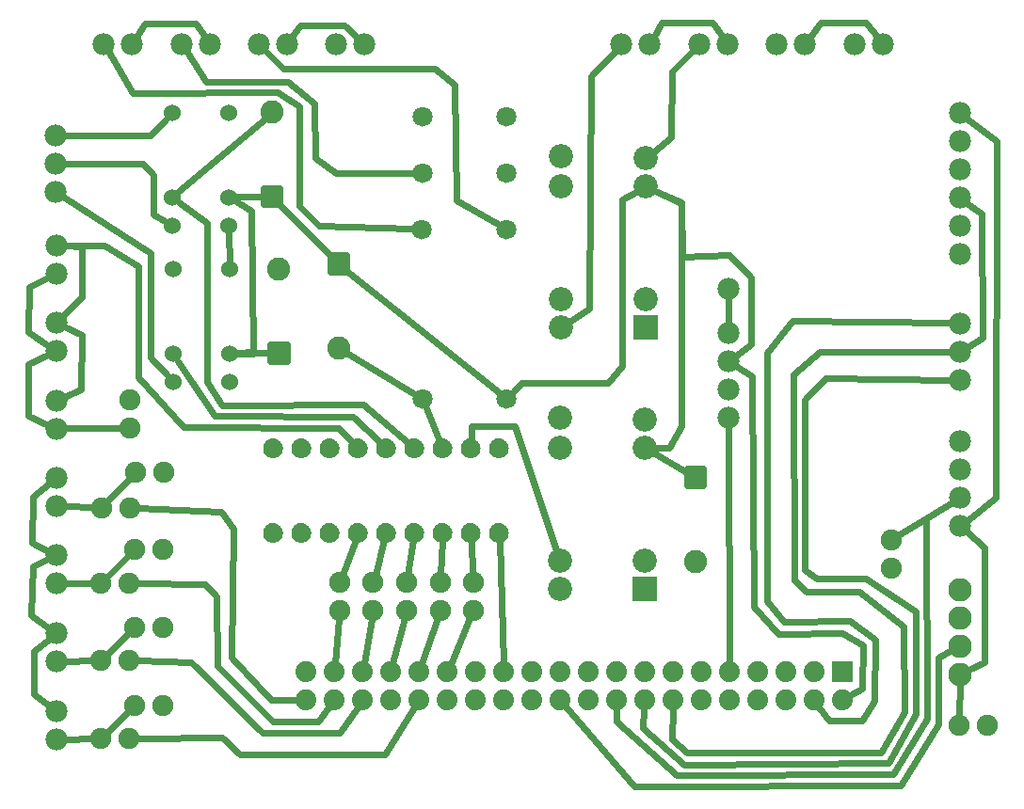
<source format=gtl>
G04 MADE WITH FRITZING*
G04 WWW.FRITZING.ORG*
G04 DOUBLE SIDED*
G04 HOLES PLATED*
G04 CONTOUR ON CENTER OF CONTOUR VECTOR*
%ASAXBY*%
%FSLAX23Y23*%
%MOIN*%
%OFA0B0*%
%SFA1.0B1.0*%
%ADD10C,0.074000*%
%ADD11C,0.078000*%
%ADD12C,0.070000*%
%ADD13C,0.060000*%
%ADD14C,0.075000*%
%ADD15C,0.085750*%
%ADD16C,0.082000*%
%ADD17C,0.083307*%
%ADD18C,0.071181*%
%ADD19R,0.074000X0.074000*%
%ADD20R,0.085736X0.085736*%
%ADD21R,0.000142X0.000142*%
%ADD22C,0.024000*%
%ADD23C,0.020000*%
%ADD24R,0.001000X0.001000*%
%LNCOPPER1*%
G90*
G70*
G54D10*
X2992Y486D03*
X2892Y486D03*
X2792Y486D03*
X2692Y486D03*
X2592Y486D03*
X2492Y486D03*
X2392Y486D03*
X2292Y486D03*
X2192Y486D03*
X2092Y486D03*
X1992Y486D03*
X1892Y486D03*
X1792Y486D03*
X1692Y486D03*
X1592Y486D03*
X1492Y486D03*
X1392Y486D03*
X1292Y486D03*
X1192Y486D03*
X1092Y486D03*
X2992Y386D03*
X2892Y386D03*
X2792Y386D03*
X2692Y386D03*
X2592Y386D03*
X2492Y386D03*
X2392Y386D03*
X2292Y386D03*
X2192Y386D03*
X2092Y386D03*
X1992Y386D03*
X1892Y386D03*
X1792Y386D03*
X1692Y386D03*
X1592Y386D03*
X1492Y386D03*
X1392Y386D03*
X1292Y386D03*
X1192Y386D03*
X1092Y386D03*
G54D11*
X2590Y1387D03*
X2590Y1487D03*
X2590Y1587D03*
X2590Y1687D03*
X3409Y1966D03*
X3409Y2066D03*
X3409Y2166D03*
X3409Y2266D03*
X3409Y2366D03*
X3409Y2466D03*
X2590Y1844D03*
G54D12*
X976Y978D03*
X1176Y1278D03*
X1076Y978D03*
X1276Y1278D03*
X1176Y978D03*
X1376Y1278D03*
X1276Y978D03*
X1476Y1278D03*
X1376Y978D03*
X1576Y1278D03*
X1476Y978D03*
X1676Y1278D03*
X1576Y978D03*
X1776Y978D03*
X1676Y978D03*
X1776Y1278D03*
X976Y1278D03*
X1076Y1278D03*
G54D11*
X3409Y1521D03*
X3409Y1621D03*
X3409Y1721D03*
G54D13*
X618Y2468D03*
X618Y2168D03*
X618Y2068D03*
X818Y2068D03*
X818Y2468D03*
X818Y2168D03*
X618Y2468D03*
X618Y2168D03*
X618Y2068D03*
X818Y2068D03*
X818Y2468D03*
X818Y2168D03*
X622Y1913D03*
X622Y1613D03*
X622Y1513D03*
X822Y1513D03*
X822Y1913D03*
X822Y1613D03*
X622Y1913D03*
X622Y1613D03*
X622Y1513D03*
X822Y1513D03*
X822Y1913D03*
X822Y1613D03*
G54D11*
X2585Y2710D03*
X2485Y2710D03*
X1300Y2711D03*
X1200Y2711D03*
X3136Y2710D03*
X3036Y2710D03*
X752Y2711D03*
X652Y2711D03*
X1025Y2711D03*
X925Y2711D03*
X475Y2711D03*
X375Y2711D03*
X2860Y2710D03*
X2760Y2710D03*
X2310Y2710D03*
X2210Y2710D03*
G54D14*
X468Y1450D03*
X468Y1350D03*
G54D11*
X207Y1998D03*
X207Y1898D03*
X207Y1448D03*
X207Y1348D03*
X207Y1724D03*
X207Y1624D03*
X207Y348D03*
X207Y248D03*
X207Y1172D03*
X207Y1072D03*
X207Y899D03*
X207Y799D03*
X207Y624D03*
X207Y524D03*
G54D14*
X366Y250D03*
X466Y250D03*
X484Y919D03*
X584Y919D03*
X484Y643D03*
X584Y643D03*
X370Y1068D03*
X470Y1068D03*
X487Y1194D03*
X587Y1194D03*
X484Y368D03*
X584Y368D03*
X366Y801D03*
X466Y801D03*
X366Y525D03*
X466Y525D03*
G54D15*
X1995Y1706D03*
X2295Y1806D03*
X1995Y1806D03*
X2295Y2206D03*
X1995Y2206D03*
X2295Y2306D03*
X1995Y2312D03*
X2295Y1706D03*
X1991Y781D03*
X2291Y881D03*
X1991Y881D03*
X2291Y1281D03*
X1991Y1281D03*
X2291Y1381D03*
X1991Y1387D03*
X2291Y781D03*
G54D11*
X206Y2387D03*
X206Y2287D03*
X206Y2187D03*
G54D14*
X1212Y702D03*
X1212Y802D03*
X1685Y702D03*
X1685Y802D03*
X1567Y702D03*
X1567Y802D03*
X1448Y702D03*
X1448Y802D03*
X1330Y702D03*
X1330Y802D03*
G54D16*
X1208Y1931D03*
X1208Y1633D03*
X2472Y1174D03*
X2472Y876D03*
X996Y1616D03*
X996Y1914D03*
X972Y2171D03*
X972Y2469D03*
G54D11*
X3409Y1002D03*
X3409Y1102D03*
X3409Y1202D03*
X3409Y1302D03*
G54D17*
X3409Y478D03*
X3409Y578D03*
X3409Y678D03*
X3409Y778D03*
G54D14*
X3405Y297D03*
X3505Y297D03*
X3165Y954D03*
X3165Y854D03*
G54D18*
X1504Y2253D03*
X1803Y2053D03*
X1803Y1453D03*
X1504Y1453D03*
X1502Y2053D03*
X1803Y2253D03*
X1504Y2453D03*
X1803Y2453D03*
G54D19*
X2992Y486D03*
G54D20*
X2295Y1706D03*
X2291Y781D03*
G54D21*
X1804Y2453D03*
G54D22*
X128Y405D02*
X128Y559D01*
D02*
X128Y559D02*
X184Y604D01*
D02*
X182Y366D02*
X128Y405D01*
D02*
X123Y942D02*
X125Y1108D01*
D02*
X125Y1108D02*
X183Y1154D01*
D02*
X180Y913D02*
X123Y942D01*
D02*
X389Y1089D02*
X468Y1174D01*
D02*
X386Y270D02*
X464Y347D01*
D02*
X1070Y2135D02*
X1139Y2066D01*
D02*
X1139Y2066D02*
X1466Y2055D01*
D02*
X1070Y2489D02*
X1070Y2135D01*
D02*
X992Y2540D02*
X1070Y2489D01*
D02*
X477Y2537D02*
X992Y2540D01*
D02*
X391Y2685D02*
X477Y2537D01*
D02*
X1566Y1302D02*
X1518Y1420D01*
D02*
X1125Y2306D02*
X1197Y2254D01*
D02*
X1121Y2500D02*
X1125Y2306D01*
D02*
X1472Y1473D02*
X1236Y1616D01*
D02*
X1197Y2254D02*
X1467Y2254D01*
D02*
X1028Y2576D02*
X1121Y2500D01*
D02*
X740Y2576D02*
X1028Y2576D01*
D02*
X668Y2686D02*
X740Y2576D01*
D02*
X1227Y2777D02*
X1071Y2777D01*
D02*
X1071Y2777D02*
X1042Y2736D01*
D02*
X1626Y2155D02*
X1771Y2072D01*
D02*
X2161Y1509D02*
X2211Y1571D01*
D02*
X1855Y1510D02*
X2161Y1509D01*
D02*
X2211Y1571D02*
X2212Y2159D01*
D02*
X2212Y2159D02*
X2261Y2188D01*
D02*
X1186Y1954D02*
X995Y2148D01*
D02*
X1828Y1480D02*
X1855Y1510D01*
D02*
X1277Y2731D02*
X1227Y2777D01*
D02*
X1620Y2566D02*
X1626Y2155D01*
D02*
X1011Y2624D02*
X1548Y2624D01*
D02*
X946Y2690D02*
X1011Y2624D01*
D02*
X1548Y2624D02*
X1620Y2566D01*
D02*
X2094Y1773D02*
X2026Y1727D01*
D02*
X2102Y2595D02*
X2094Y1773D01*
D02*
X2190Y2688D02*
X2102Y2595D01*
D02*
X2389Y2612D02*
X2386Y2379D01*
D02*
X2386Y2379D02*
X2324Y2329D01*
D02*
X2464Y2689D02*
X2389Y2612D01*
D02*
X703Y2782D02*
X521Y2782D01*
D02*
X521Y2782D02*
X492Y2736D01*
D02*
X735Y2736D02*
X703Y2782D01*
D02*
X964Y1615D02*
X853Y1614D01*
D02*
X2914Y2788D02*
X2877Y2735D01*
D02*
X3075Y2788D02*
X2914Y2788D01*
D02*
X3117Y2734D02*
X3075Y2788D01*
D02*
X2531Y2786D02*
X2353Y2786D01*
D02*
X2353Y2786D02*
X2325Y2736D01*
D02*
X2568Y2735D02*
X2531Y2786D01*
D02*
X2590Y1717D02*
X2590Y1814D01*
D02*
X2592Y517D02*
X2590Y1356D01*
D02*
X3066Y580D02*
X2993Y624D01*
D02*
X2993Y624D02*
X2765Y621D01*
D02*
X3062Y428D02*
X3066Y580D01*
D02*
X2765Y621D02*
X2679Y718D01*
D02*
X3018Y402D02*
X3062Y428D01*
D02*
X3063Y312D02*
X2944Y312D01*
D02*
X3106Y382D02*
X3063Y312D01*
D02*
X2786Y664D02*
X3019Y666D01*
D02*
X2725Y737D02*
X2786Y664D01*
D02*
X3019Y666D02*
X3110Y601D01*
D02*
X2725Y1615D02*
X2725Y737D01*
D02*
X3110Y601D02*
X3106Y382D01*
D02*
X2815Y1729D02*
X2725Y1615D01*
D02*
X3379Y1722D02*
X2815Y1729D01*
D02*
X2944Y312D02*
X2910Y360D01*
D02*
X109Y1690D02*
X111Y1850D01*
D02*
X111Y1850D02*
X180Y1884D01*
D02*
X182Y1641D02*
X109Y1690D01*
D02*
X107Y1394D02*
X109Y1576D01*
D02*
X109Y1576D02*
X180Y1611D01*
D02*
X179Y1361D02*
X107Y1394D01*
D02*
X299Y1994D02*
X237Y1996D01*
D02*
X299Y1812D02*
X299Y1994D01*
D02*
X228Y1745D02*
X299Y1812D01*
D02*
X299Y1679D02*
X234Y1711D01*
D02*
X295Y1486D02*
X299Y1679D01*
D02*
X234Y1460D02*
X295Y1486D01*
D02*
X341Y1069D02*
X237Y1072D01*
D02*
X337Y800D02*
X237Y799D01*
D02*
X2614Y1605D02*
X2669Y1647D01*
D02*
X2669Y1883D02*
X2591Y1963D01*
D02*
X2421Y2148D02*
X2327Y2191D01*
D02*
X2425Y1957D02*
X2421Y2148D01*
D02*
X819Y2037D02*
X821Y1944D01*
D02*
X897Y2119D02*
X844Y2152D01*
D02*
X905Y1620D02*
X897Y2119D01*
D02*
X853Y1616D02*
X905Y1620D01*
D02*
X542Y1969D02*
X542Y1599D01*
D02*
X542Y1599D02*
X601Y1536D01*
D02*
X232Y2171D02*
X542Y1969D01*
D02*
X552Y2107D02*
X591Y2084D01*
D02*
X552Y2247D02*
X552Y2107D01*
D02*
X516Y2285D02*
X552Y2247D01*
D02*
X236Y2287D02*
X516Y2285D01*
D02*
X542Y2387D02*
X597Y2446D01*
D02*
X236Y2387D02*
X542Y2387D01*
D02*
X1210Y674D02*
X1195Y517D01*
D02*
X1325Y674D02*
X1297Y516D01*
D02*
X1441Y675D02*
X1400Y516D01*
D02*
X1557Y675D02*
X1502Y515D01*
D02*
X1673Y676D02*
X1604Y514D01*
D02*
X1267Y953D02*
X1222Y829D01*
D02*
X1369Y953D02*
X1338Y830D01*
D02*
X1472Y952D02*
X1453Y831D01*
D02*
X1575Y952D02*
X1568Y831D01*
D02*
X1677Y952D02*
X1683Y831D01*
D02*
X464Y899D02*
X386Y821D01*
D02*
X337Y525D02*
X237Y524D01*
D02*
X464Y623D02*
X386Y545D01*
D02*
X337Y249D02*
X237Y248D01*
D02*
X125Y860D02*
X180Y886D01*
D02*
X118Y687D02*
X125Y860D01*
D02*
X182Y641D02*
X118Y687D01*
D02*
X859Y192D02*
X795Y254D01*
D02*
X795Y254D02*
X494Y250D01*
D02*
X1372Y192D02*
X859Y192D01*
D02*
X1475Y359D02*
X1372Y192D01*
D02*
X937Y270D02*
X685Y521D01*
D02*
X1274Y360D02*
X1212Y270D01*
D02*
X685Y521D02*
X494Y525D01*
D02*
X1212Y270D02*
X937Y270D01*
D02*
X778Y505D02*
X775Y753D01*
D02*
X975Y309D02*
X778Y505D01*
D02*
X775Y753D02*
X736Y797D01*
D02*
X1173Y361D02*
X1135Y309D01*
D02*
X736Y797D02*
X494Y800D01*
D02*
X1135Y309D02*
X975Y309D01*
D02*
X791Y1053D02*
X498Y1067D01*
D02*
X834Y994D02*
X791Y1053D01*
D02*
X828Y537D02*
X834Y994D01*
D02*
X1061Y386D02*
X970Y388D01*
D02*
X970Y388D02*
X828Y537D01*
D02*
X440Y1350D02*
X237Y1349D01*
D02*
X498Y1923D02*
X379Y1997D01*
D02*
X657Y1352D02*
X498Y1530D01*
D02*
X498Y1530D02*
X498Y1923D01*
D02*
X1207Y1349D02*
X657Y1352D01*
D02*
X1258Y1297D02*
X1207Y1349D01*
D02*
X379Y1997D02*
X237Y1997D01*
D02*
X2423Y1356D02*
X2421Y2150D01*
D02*
X2421Y2150D02*
X2327Y2191D01*
D02*
X2327Y1281D02*
X2379Y1280D01*
D02*
X1791Y517D02*
X1777Y952D01*
D02*
X2912Y1620D02*
X2818Y1541D01*
D02*
X2822Y810D02*
X2866Y770D01*
D02*
X2818Y1541D02*
X2822Y810D01*
D02*
X2866Y770D02*
X3052Y770D01*
D02*
X3379Y1621D02*
X2912Y1620D01*
D02*
X3052Y770D02*
X3209Y648D01*
D02*
X3209Y648D02*
X3213Y344D01*
D02*
X3213Y344D02*
X3127Y201D01*
D02*
X3127Y201D02*
X2443Y201D01*
D02*
X2443Y201D02*
X2389Y246D01*
D02*
X2389Y246D02*
X2391Y355D01*
D02*
X3484Y2109D02*
X3487Y1671D01*
D02*
X3487Y1671D02*
X3434Y1637D01*
D02*
X3433Y2148D02*
X3484Y2109D01*
D02*
X1296Y1432D02*
X794Y1431D01*
D02*
X794Y1431D02*
X741Y1512D01*
D02*
X741Y1512D02*
X743Y2076D01*
D02*
X743Y2076D02*
X643Y2150D01*
D02*
X1456Y1295D02*
X1296Y1432D01*
D02*
X2669Y1647D02*
X2669Y1883D01*
D02*
X1678Y1356D02*
X1832Y1356D01*
D02*
X1832Y1356D02*
X1979Y918D01*
D02*
X1677Y1304D02*
X1678Y1356D01*
D02*
X2671Y1532D02*
X2615Y1570D01*
D02*
X2679Y718D02*
X2671Y1532D01*
D02*
X2379Y1280D02*
X2423Y1356D01*
D02*
X2591Y1963D02*
X2425Y1957D01*
D02*
X2933Y1525D02*
X3379Y1521D01*
D02*
X2858Y1450D02*
X2933Y1525D01*
D02*
X2858Y848D02*
X2858Y1450D01*
D02*
X2901Y817D02*
X2858Y848D01*
D02*
X3074Y817D02*
X2901Y817D01*
D02*
X3251Y699D02*
X3074Y817D01*
D02*
X3251Y337D02*
X3251Y699D01*
D02*
X3154Y163D02*
X3251Y337D01*
D02*
X2432Y158D02*
X3154Y163D01*
D02*
X2286Y286D02*
X2432Y158D01*
D02*
X2290Y355D02*
X2286Y286D01*
D02*
X3539Y2367D02*
X3433Y2448D01*
D02*
X3534Y1103D02*
X3539Y2367D01*
D02*
X3433Y1020D02*
X3534Y1103D01*
D02*
X2193Y310D02*
X2192Y355D01*
D02*
X3291Y320D02*
X3173Y123D01*
D02*
X3173Y123D02*
X2405Y120D01*
D02*
X3288Y1030D02*
X3291Y320D01*
D02*
X3383Y1086D02*
X3288Y1030D01*
D02*
X2405Y120D02*
X2193Y310D01*
D02*
X3331Y537D02*
X3331Y300D01*
D02*
X3331Y300D02*
X3200Y84D01*
D02*
X2256Y80D02*
X2012Y362D01*
D02*
X3200Y84D02*
X2256Y80D01*
D02*
X3380Y563D02*
X3331Y537D01*
D02*
X3496Y521D02*
X3496Y926D01*
D02*
X3496Y926D02*
X3432Y982D01*
D02*
X3439Y492D02*
X3496Y521D01*
D02*
X1258Y1390D02*
X1357Y1296D01*
D02*
X768Y1392D02*
X1258Y1390D01*
D02*
X639Y1587D02*
X768Y1392D01*
D02*
X642Y2189D02*
X948Y2448D01*
D02*
X849Y2169D02*
X940Y2170D01*
D02*
X2321Y1262D02*
X2444Y1190D01*
D02*
X3406Y325D02*
X3408Y445D01*
D02*
X3383Y1086D02*
X3190Y969D01*
D02*
X1774Y1476D02*
X1233Y1911D01*
G54D23*
X1239Y1901D02*
X1177Y1901D01*
X1177Y1963D01*
X1239Y1963D01*
X1239Y1901D01*
D02*
X2503Y1144D02*
X2441Y1144D01*
X2441Y1206D01*
X2503Y1206D01*
X2503Y1144D01*
D02*
X965Y1646D02*
X1027Y1646D01*
X1027Y1584D01*
X965Y1584D01*
X965Y1646D01*
D02*
X941Y2201D02*
X1003Y2201D01*
X1003Y2139D01*
X941Y2139D01*
X941Y2201D01*
D02*
G54D24*
X972Y1313D02*
X978Y1313D01*
X1072Y1313D02*
X1078Y1313D01*
X1172Y1313D02*
X1178Y1313D01*
X1272Y1313D02*
X1278Y1313D01*
X1372Y1313D02*
X1378Y1313D01*
X1472Y1313D02*
X1478Y1313D01*
X1572Y1313D02*
X1578Y1313D01*
X1672Y1313D02*
X1678Y1313D01*
X1772Y1313D02*
X1778Y1313D01*
X968Y1312D02*
X983Y1312D01*
X1068Y1312D02*
X1083Y1312D01*
X1168Y1312D02*
X1183Y1312D01*
X1268Y1312D02*
X1283Y1312D01*
X1368Y1312D02*
X1383Y1312D01*
X1467Y1312D02*
X1483Y1312D01*
X1567Y1312D02*
X1583Y1312D01*
X1667Y1312D02*
X1683Y1312D01*
X1767Y1312D02*
X1783Y1312D01*
X965Y1311D02*
X986Y1311D01*
X1065Y1311D02*
X1086Y1311D01*
X1165Y1311D02*
X1186Y1311D01*
X1265Y1311D02*
X1286Y1311D01*
X1365Y1311D02*
X1386Y1311D01*
X1464Y1311D02*
X1486Y1311D01*
X1564Y1311D02*
X1586Y1311D01*
X1664Y1311D02*
X1686Y1311D01*
X1764Y1311D02*
X1786Y1311D01*
X962Y1310D02*
X988Y1310D01*
X1062Y1310D02*
X1088Y1310D01*
X1162Y1310D02*
X1188Y1310D01*
X1262Y1310D02*
X1288Y1310D01*
X1362Y1310D02*
X1388Y1310D01*
X1462Y1310D02*
X1488Y1310D01*
X1562Y1310D02*
X1588Y1310D01*
X1662Y1310D02*
X1688Y1310D01*
X1762Y1310D02*
X1788Y1310D01*
X960Y1309D02*
X990Y1309D01*
X1060Y1309D02*
X1090Y1309D01*
X1160Y1309D02*
X1190Y1309D01*
X1260Y1309D02*
X1290Y1309D01*
X1360Y1309D02*
X1390Y1309D01*
X1460Y1309D02*
X1490Y1309D01*
X1560Y1309D02*
X1590Y1309D01*
X1660Y1309D02*
X1690Y1309D01*
X1760Y1309D02*
X1790Y1309D01*
X959Y1308D02*
X992Y1308D01*
X1059Y1308D02*
X1092Y1308D01*
X1159Y1308D02*
X1192Y1308D01*
X1259Y1308D02*
X1292Y1308D01*
X1359Y1308D02*
X1392Y1308D01*
X1459Y1308D02*
X1492Y1308D01*
X1558Y1308D02*
X1592Y1308D01*
X1658Y1308D02*
X1692Y1308D01*
X1758Y1308D02*
X1792Y1308D01*
X957Y1307D02*
X994Y1307D01*
X1057Y1307D02*
X1094Y1307D01*
X1157Y1307D02*
X1194Y1307D01*
X1257Y1307D02*
X1294Y1307D01*
X1357Y1307D02*
X1393Y1307D01*
X1457Y1307D02*
X1493Y1307D01*
X1557Y1307D02*
X1593Y1307D01*
X1657Y1307D02*
X1693Y1307D01*
X1757Y1307D02*
X1793Y1307D01*
X956Y1306D02*
X995Y1306D01*
X1056Y1306D02*
X1095Y1306D01*
X1156Y1306D02*
X1195Y1306D01*
X1256Y1306D02*
X1295Y1306D01*
X1356Y1306D02*
X1395Y1306D01*
X1456Y1306D02*
X1495Y1306D01*
X1556Y1306D02*
X1595Y1306D01*
X1656Y1306D02*
X1695Y1306D01*
X1756Y1306D02*
X1795Y1306D01*
X954Y1305D02*
X996Y1305D01*
X1054Y1305D02*
X1096Y1305D01*
X1154Y1305D02*
X1196Y1305D01*
X1254Y1305D02*
X1296Y1305D01*
X1354Y1305D02*
X1396Y1305D01*
X1454Y1305D02*
X1496Y1305D01*
X1554Y1305D02*
X1596Y1305D01*
X1654Y1305D02*
X1696Y1305D01*
X1754Y1305D02*
X1796Y1305D01*
X953Y1304D02*
X997Y1304D01*
X1053Y1304D02*
X1097Y1304D01*
X1153Y1304D02*
X1197Y1304D01*
X1253Y1304D02*
X1297Y1304D01*
X1353Y1304D02*
X1397Y1304D01*
X1453Y1304D02*
X1497Y1304D01*
X1553Y1304D02*
X1597Y1304D01*
X1653Y1304D02*
X1697Y1304D01*
X1753Y1304D02*
X1797Y1304D01*
X952Y1303D02*
X998Y1303D01*
X1052Y1303D02*
X1098Y1303D01*
X1152Y1303D02*
X1198Y1303D01*
X1252Y1303D02*
X1298Y1303D01*
X1352Y1303D02*
X1398Y1303D01*
X1452Y1303D02*
X1498Y1303D01*
X1552Y1303D02*
X1598Y1303D01*
X1652Y1303D02*
X1698Y1303D01*
X1752Y1303D02*
X1798Y1303D01*
X951Y1302D02*
X999Y1302D01*
X1051Y1302D02*
X1099Y1302D01*
X1151Y1302D02*
X1199Y1302D01*
X1251Y1302D02*
X1299Y1302D01*
X1351Y1302D02*
X1399Y1302D01*
X1451Y1302D02*
X1499Y1302D01*
X1551Y1302D02*
X1599Y1302D01*
X1651Y1302D02*
X1699Y1302D01*
X1751Y1302D02*
X1799Y1302D01*
X950Y1301D02*
X1000Y1301D01*
X1050Y1301D02*
X1100Y1301D01*
X1150Y1301D02*
X1200Y1301D01*
X1250Y1301D02*
X1300Y1301D01*
X1350Y1301D02*
X1400Y1301D01*
X1450Y1301D02*
X1500Y1301D01*
X1550Y1301D02*
X1600Y1301D01*
X1650Y1301D02*
X1700Y1301D01*
X1750Y1301D02*
X1800Y1301D01*
X949Y1300D02*
X1001Y1300D01*
X1049Y1300D02*
X1101Y1300D01*
X1149Y1300D02*
X1201Y1300D01*
X1249Y1300D02*
X1301Y1300D01*
X1349Y1300D02*
X1401Y1300D01*
X1449Y1300D02*
X1501Y1300D01*
X1549Y1300D02*
X1601Y1300D01*
X1649Y1300D02*
X1701Y1300D01*
X1749Y1300D02*
X1801Y1300D01*
X949Y1299D02*
X1002Y1299D01*
X1049Y1299D02*
X1102Y1299D01*
X1149Y1299D02*
X1202Y1299D01*
X1248Y1299D02*
X1302Y1299D01*
X1348Y1299D02*
X1402Y1299D01*
X1448Y1299D02*
X1502Y1299D01*
X1548Y1299D02*
X1602Y1299D01*
X1648Y1299D02*
X1702Y1299D01*
X1748Y1299D02*
X1802Y1299D01*
X948Y1298D02*
X1003Y1298D01*
X1048Y1298D02*
X1103Y1298D01*
X1148Y1298D02*
X1203Y1298D01*
X1248Y1298D02*
X1303Y1298D01*
X1348Y1298D02*
X1403Y1298D01*
X1448Y1298D02*
X1503Y1298D01*
X1548Y1298D02*
X1603Y1298D01*
X1648Y1298D02*
X1703Y1298D01*
X1748Y1298D02*
X1803Y1298D01*
X947Y1297D02*
X1004Y1297D01*
X1047Y1297D02*
X1104Y1297D01*
X1147Y1297D02*
X1204Y1297D01*
X1247Y1297D02*
X1304Y1297D01*
X1347Y1297D02*
X1403Y1297D01*
X1447Y1297D02*
X1503Y1297D01*
X1547Y1297D02*
X1603Y1297D01*
X1647Y1297D02*
X1703Y1297D01*
X1747Y1297D02*
X1803Y1297D01*
X946Y1296D02*
X1004Y1296D01*
X1046Y1296D02*
X1104Y1296D01*
X1146Y1296D02*
X1204Y1296D01*
X1246Y1296D02*
X1304Y1296D01*
X1346Y1296D02*
X1404Y1296D01*
X1446Y1296D02*
X1504Y1296D01*
X1546Y1296D02*
X1604Y1296D01*
X1646Y1296D02*
X1704Y1296D01*
X1746Y1296D02*
X1804Y1296D01*
X946Y1295D02*
X1005Y1295D01*
X1046Y1295D02*
X1105Y1295D01*
X1146Y1295D02*
X1205Y1295D01*
X1246Y1295D02*
X1305Y1295D01*
X1346Y1295D02*
X1405Y1295D01*
X1446Y1295D02*
X1505Y1295D01*
X1546Y1295D02*
X1605Y1295D01*
X1646Y1295D02*
X1705Y1295D01*
X1746Y1295D02*
X1805Y1295D01*
X945Y1294D02*
X1005Y1294D01*
X1045Y1294D02*
X1105Y1294D01*
X1145Y1294D02*
X1205Y1294D01*
X1245Y1294D02*
X1305Y1294D01*
X1345Y1294D02*
X1405Y1294D01*
X1445Y1294D02*
X1505Y1294D01*
X1545Y1294D02*
X1605Y1294D01*
X1645Y1294D02*
X1705Y1294D01*
X1745Y1294D02*
X1805Y1294D01*
X945Y1293D02*
X972Y1293D01*
X979Y1293D02*
X1006Y1293D01*
X1045Y1293D02*
X1072Y1293D01*
X1079Y1293D02*
X1106Y1293D01*
X1145Y1293D02*
X1172Y1293D01*
X1179Y1293D02*
X1206Y1293D01*
X1245Y1293D02*
X1272Y1293D01*
X1279Y1293D02*
X1306Y1293D01*
X1345Y1293D02*
X1372Y1293D01*
X1379Y1293D02*
X1406Y1293D01*
X1445Y1293D02*
X1472Y1293D01*
X1479Y1293D02*
X1506Y1293D01*
X1545Y1293D02*
X1572Y1293D01*
X1579Y1293D02*
X1606Y1293D01*
X1645Y1293D02*
X1672Y1293D01*
X1679Y1293D02*
X1706Y1293D01*
X1744Y1293D02*
X1772Y1293D01*
X1779Y1293D02*
X1806Y1293D01*
X944Y1292D02*
X968Y1292D01*
X983Y1292D02*
X1006Y1292D01*
X1044Y1292D02*
X1068Y1292D01*
X1083Y1292D02*
X1106Y1292D01*
X1144Y1292D02*
X1168Y1292D01*
X1183Y1292D02*
X1206Y1292D01*
X1244Y1292D02*
X1268Y1292D01*
X1283Y1292D02*
X1306Y1292D01*
X1344Y1292D02*
X1368Y1292D01*
X1383Y1292D02*
X1406Y1292D01*
X1444Y1292D02*
X1468Y1292D01*
X1483Y1292D02*
X1506Y1292D01*
X1544Y1292D02*
X1568Y1292D01*
X1583Y1292D02*
X1606Y1292D01*
X1644Y1292D02*
X1668Y1292D01*
X1683Y1292D02*
X1706Y1292D01*
X1744Y1292D02*
X1768Y1292D01*
X1783Y1292D02*
X1806Y1292D01*
X944Y1291D02*
X966Y1291D01*
X985Y1291D02*
X1007Y1291D01*
X1044Y1291D02*
X1066Y1291D01*
X1085Y1291D02*
X1107Y1291D01*
X1144Y1291D02*
X1166Y1291D01*
X1185Y1291D02*
X1207Y1291D01*
X1244Y1291D02*
X1266Y1291D01*
X1285Y1291D02*
X1307Y1291D01*
X1344Y1291D02*
X1366Y1291D01*
X1385Y1291D02*
X1407Y1291D01*
X1444Y1291D02*
X1466Y1291D01*
X1485Y1291D02*
X1507Y1291D01*
X1544Y1291D02*
X1566Y1291D01*
X1585Y1291D02*
X1607Y1291D01*
X1644Y1291D02*
X1666Y1291D01*
X1685Y1291D02*
X1707Y1291D01*
X1743Y1291D02*
X1766Y1291D01*
X1785Y1291D02*
X1807Y1291D01*
X943Y1290D02*
X965Y1290D01*
X986Y1290D02*
X1007Y1290D01*
X1043Y1290D02*
X1065Y1290D01*
X1086Y1290D02*
X1107Y1290D01*
X1143Y1290D02*
X1164Y1290D01*
X1186Y1290D02*
X1207Y1290D01*
X1243Y1290D02*
X1264Y1290D01*
X1286Y1290D02*
X1307Y1290D01*
X1343Y1290D02*
X1364Y1290D01*
X1386Y1290D02*
X1407Y1290D01*
X1443Y1290D02*
X1464Y1290D01*
X1486Y1290D02*
X1507Y1290D01*
X1543Y1290D02*
X1564Y1290D01*
X1586Y1290D02*
X1607Y1290D01*
X1643Y1290D02*
X1664Y1290D01*
X1686Y1290D02*
X1707Y1290D01*
X1743Y1290D02*
X1764Y1290D01*
X1786Y1290D02*
X1807Y1290D01*
X943Y1289D02*
X963Y1289D01*
X987Y1289D02*
X1008Y1289D01*
X1043Y1289D02*
X1063Y1289D01*
X1087Y1289D02*
X1108Y1289D01*
X1143Y1289D02*
X1163Y1289D01*
X1187Y1289D02*
X1208Y1289D01*
X1243Y1289D02*
X1263Y1289D01*
X1287Y1289D02*
X1308Y1289D01*
X1343Y1289D02*
X1363Y1289D01*
X1387Y1289D02*
X1408Y1289D01*
X1443Y1289D02*
X1463Y1289D01*
X1487Y1289D02*
X1508Y1289D01*
X1543Y1289D02*
X1563Y1289D01*
X1587Y1289D02*
X1608Y1289D01*
X1643Y1289D02*
X1663Y1289D01*
X1687Y1289D02*
X1708Y1289D01*
X1743Y1289D02*
X1763Y1289D01*
X1787Y1289D02*
X1808Y1289D01*
X942Y1288D02*
X963Y1288D01*
X988Y1288D02*
X1008Y1288D01*
X1042Y1288D02*
X1063Y1288D01*
X1088Y1288D02*
X1108Y1288D01*
X1142Y1288D02*
X1163Y1288D01*
X1188Y1288D02*
X1208Y1288D01*
X1242Y1288D02*
X1263Y1288D01*
X1288Y1288D02*
X1308Y1288D01*
X1342Y1288D02*
X1363Y1288D01*
X1388Y1288D02*
X1408Y1288D01*
X1442Y1288D02*
X1463Y1288D01*
X1488Y1288D02*
X1508Y1288D01*
X1542Y1288D02*
X1563Y1288D01*
X1588Y1288D02*
X1608Y1288D01*
X1642Y1288D02*
X1662Y1288D01*
X1688Y1288D02*
X1708Y1288D01*
X1742Y1288D02*
X1762Y1288D01*
X1788Y1288D02*
X1808Y1288D01*
X942Y1287D02*
X962Y1287D01*
X989Y1287D02*
X1008Y1287D01*
X1042Y1287D02*
X1062Y1287D01*
X1089Y1287D02*
X1108Y1287D01*
X1142Y1287D02*
X1162Y1287D01*
X1189Y1287D02*
X1208Y1287D01*
X1242Y1287D02*
X1262Y1287D01*
X1289Y1287D02*
X1308Y1287D01*
X1342Y1287D02*
X1362Y1287D01*
X1389Y1287D02*
X1408Y1287D01*
X1442Y1287D02*
X1462Y1287D01*
X1489Y1287D02*
X1508Y1287D01*
X1542Y1287D02*
X1562Y1287D01*
X1589Y1287D02*
X1608Y1287D01*
X1642Y1287D02*
X1662Y1287D01*
X1689Y1287D02*
X1708Y1287D01*
X1742Y1287D02*
X1762Y1287D01*
X1789Y1287D02*
X1808Y1287D01*
X942Y1286D02*
X961Y1286D01*
X989Y1286D02*
X1009Y1286D01*
X1042Y1286D02*
X1061Y1286D01*
X1089Y1286D02*
X1109Y1286D01*
X1142Y1286D02*
X1161Y1286D01*
X1189Y1286D02*
X1209Y1286D01*
X1242Y1286D02*
X1261Y1286D01*
X1289Y1286D02*
X1309Y1286D01*
X1342Y1286D02*
X1361Y1286D01*
X1389Y1286D02*
X1409Y1286D01*
X1442Y1286D02*
X1461Y1286D01*
X1489Y1286D02*
X1509Y1286D01*
X1542Y1286D02*
X1561Y1286D01*
X1589Y1286D02*
X1609Y1286D01*
X1642Y1286D02*
X1661Y1286D01*
X1689Y1286D02*
X1709Y1286D01*
X1742Y1286D02*
X1761Y1286D01*
X1789Y1286D02*
X1809Y1286D01*
X942Y1285D02*
X961Y1285D01*
X990Y1285D02*
X1009Y1285D01*
X1042Y1285D02*
X1061Y1285D01*
X1090Y1285D02*
X1109Y1285D01*
X1142Y1285D02*
X1161Y1285D01*
X1190Y1285D02*
X1209Y1285D01*
X1242Y1285D02*
X1261Y1285D01*
X1290Y1285D02*
X1309Y1285D01*
X1342Y1285D02*
X1361Y1285D01*
X1390Y1285D02*
X1409Y1285D01*
X1442Y1285D02*
X1461Y1285D01*
X1490Y1285D02*
X1509Y1285D01*
X1541Y1285D02*
X1561Y1285D01*
X1590Y1285D02*
X1609Y1285D01*
X1641Y1285D02*
X1661Y1285D01*
X1689Y1285D02*
X1709Y1285D01*
X1741Y1285D02*
X1761Y1285D01*
X1789Y1285D02*
X1809Y1285D01*
X941Y1284D02*
X961Y1284D01*
X990Y1284D02*
X1009Y1284D01*
X1041Y1284D02*
X1061Y1284D01*
X1090Y1284D02*
X1109Y1284D01*
X1141Y1284D02*
X1161Y1284D01*
X1190Y1284D02*
X1209Y1284D01*
X1241Y1284D02*
X1261Y1284D01*
X1290Y1284D02*
X1309Y1284D01*
X1341Y1284D02*
X1361Y1284D01*
X1390Y1284D02*
X1409Y1284D01*
X1441Y1284D02*
X1461Y1284D01*
X1490Y1284D02*
X1509Y1284D01*
X1541Y1284D02*
X1561Y1284D01*
X1590Y1284D02*
X1609Y1284D01*
X1641Y1284D02*
X1660Y1284D01*
X1690Y1284D02*
X1709Y1284D01*
X1741Y1284D02*
X1760Y1284D01*
X1790Y1284D02*
X1809Y1284D01*
X941Y1283D02*
X960Y1283D01*
X990Y1283D02*
X1009Y1283D01*
X1041Y1283D02*
X1060Y1283D01*
X1090Y1283D02*
X1109Y1283D01*
X1141Y1283D02*
X1160Y1283D01*
X1190Y1283D02*
X1209Y1283D01*
X1241Y1283D02*
X1260Y1283D01*
X1290Y1283D02*
X1309Y1283D01*
X1341Y1283D02*
X1360Y1283D01*
X1390Y1283D02*
X1409Y1283D01*
X1441Y1283D02*
X1460Y1283D01*
X1490Y1283D02*
X1509Y1283D01*
X1541Y1283D02*
X1560Y1283D01*
X1590Y1283D02*
X1609Y1283D01*
X1641Y1283D02*
X1660Y1283D01*
X1690Y1283D02*
X1709Y1283D01*
X1741Y1283D02*
X1760Y1283D01*
X1790Y1283D02*
X1809Y1283D01*
X941Y1282D02*
X960Y1282D01*
X990Y1282D02*
X1010Y1282D01*
X1041Y1282D02*
X1060Y1282D01*
X1090Y1282D02*
X1110Y1282D01*
X1141Y1282D02*
X1160Y1282D01*
X1190Y1282D02*
X1209Y1282D01*
X1241Y1282D02*
X1260Y1282D01*
X1290Y1282D02*
X1309Y1282D01*
X1341Y1282D02*
X1360Y1282D01*
X1390Y1282D02*
X1409Y1282D01*
X1441Y1282D02*
X1460Y1282D01*
X1490Y1282D02*
X1509Y1282D01*
X1541Y1282D02*
X1560Y1282D01*
X1590Y1282D02*
X1609Y1282D01*
X1641Y1282D02*
X1660Y1282D01*
X1690Y1282D02*
X1709Y1282D01*
X1741Y1282D02*
X1760Y1282D01*
X1790Y1282D02*
X1809Y1282D01*
X941Y1281D02*
X960Y1281D01*
X991Y1281D02*
X1010Y1281D01*
X1041Y1281D02*
X1060Y1281D01*
X1091Y1281D02*
X1110Y1281D01*
X1141Y1281D02*
X1160Y1281D01*
X1191Y1281D02*
X1210Y1281D01*
X1241Y1281D02*
X1260Y1281D01*
X1291Y1281D02*
X1310Y1281D01*
X1341Y1281D02*
X1360Y1281D01*
X1391Y1281D02*
X1410Y1281D01*
X1441Y1281D02*
X1460Y1281D01*
X1490Y1281D02*
X1510Y1281D01*
X1541Y1281D02*
X1560Y1281D01*
X1590Y1281D02*
X1610Y1281D01*
X1641Y1281D02*
X1660Y1281D01*
X1690Y1281D02*
X1709Y1281D01*
X1741Y1281D02*
X1760Y1281D01*
X1790Y1281D02*
X1809Y1281D01*
X941Y1280D02*
X960Y1280D01*
X991Y1280D02*
X1010Y1280D01*
X1041Y1280D02*
X1060Y1280D01*
X1091Y1280D02*
X1110Y1280D01*
X1141Y1280D02*
X1160Y1280D01*
X1191Y1280D02*
X1210Y1280D01*
X1241Y1280D02*
X1260Y1280D01*
X1291Y1280D02*
X1310Y1280D01*
X1341Y1280D02*
X1360Y1280D01*
X1391Y1280D02*
X1410Y1280D01*
X1441Y1280D02*
X1460Y1280D01*
X1491Y1280D02*
X1510Y1280D01*
X1541Y1280D02*
X1560Y1280D01*
X1591Y1280D02*
X1610Y1280D01*
X1641Y1280D02*
X1660Y1280D01*
X1691Y1280D02*
X1710Y1280D01*
X1741Y1280D02*
X1760Y1280D01*
X1790Y1280D02*
X1810Y1280D01*
X941Y1279D02*
X960Y1279D01*
X991Y1279D02*
X1010Y1279D01*
X1041Y1279D02*
X1060Y1279D01*
X1091Y1279D02*
X1110Y1279D01*
X1141Y1279D02*
X1160Y1279D01*
X1191Y1279D02*
X1210Y1279D01*
X1241Y1279D02*
X1260Y1279D01*
X1291Y1279D02*
X1310Y1279D01*
X1341Y1279D02*
X1360Y1279D01*
X1391Y1279D02*
X1410Y1279D01*
X1441Y1279D02*
X1460Y1279D01*
X1491Y1279D02*
X1510Y1279D01*
X1541Y1279D02*
X1560Y1279D01*
X1591Y1279D02*
X1610Y1279D01*
X1641Y1279D02*
X1660Y1279D01*
X1691Y1279D02*
X1710Y1279D01*
X1741Y1279D02*
X1760Y1279D01*
X1791Y1279D02*
X1810Y1279D01*
X941Y1278D02*
X960Y1278D01*
X991Y1278D02*
X1010Y1278D01*
X1041Y1278D02*
X1060Y1278D01*
X1091Y1278D02*
X1110Y1278D01*
X1141Y1278D02*
X1160Y1278D01*
X1191Y1278D02*
X1210Y1278D01*
X1241Y1278D02*
X1260Y1278D01*
X1291Y1278D02*
X1310Y1278D01*
X1341Y1278D02*
X1360Y1278D01*
X1391Y1278D02*
X1410Y1278D01*
X1441Y1278D02*
X1460Y1278D01*
X1491Y1278D02*
X1510Y1278D01*
X1541Y1278D02*
X1560Y1278D01*
X1591Y1278D02*
X1610Y1278D01*
X1641Y1278D02*
X1660Y1278D01*
X1691Y1278D02*
X1710Y1278D01*
X1741Y1278D02*
X1760Y1278D01*
X1791Y1278D02*
X1810Y1278D01*
X941Y1277D02*
X960Y1277D01*
X991Y1277D02*
X1010Y1277D01*
X1041Y1277D02*
X1060Y1277D01*
X1091Y1277D02*
X1110Y1277D01*
X1141Y1277D02*
X1160Y1277D01*
X1191Y1277D02*
X1210Y1277D01*
X1241Y1277D02*
X1260Y1277D01*
X1291Y1277D02*
X1310Y1277D01*
X1341Y1277D02*
X1360Y1277D01*
X1391Y1277D02*
X1410Y1277D01*
X1441Y1277D02*
X1460Y1277D01*
X1491Y1277D02*
X1510Y1277D01*
X1541Y1277D02*
X1560Y1277D01*
X1591Y1277D02*
X1610Y1277D01*
X1641Y1277D02*
X1660Y1277D01*
X1691Y1277D02*
X1710Y1277D01*
X1741Y1277D02*
X1760Y1277D01*
X1791Y1277D02*
X1810Y1277D01*
X941Y1276D02*
X960Y1276D01*
X991Y1276D02*
X1010Y1276D01*
X1041Y1276D02*
X1060Y1276D01*
X1091Y1276D02*
X1110Y1276D01*
X1141Y1276D02*
X1160Y1276D01*
X1191Y1276D02*
X1210Y1276D01*
X1241Y1276D02*
X1260Y1276D01*
X1291Y1276D02*
X1310Y1276D01*
X1341Y1276D02*
X1360Y1276D01*
X1391Y1276D02*
X1410Y1276D01*
X1441Y1276D02*
X1460Y1276D01*
X1491Y1276D02*
X1510Y1276D01*
X1541Y1276D02*
X1560Y1276D01*
X1591Y1276D02*
X1610Y1276D01*
X1641Y1276D02*
X1660Y1276D01*
X1690Y1276D02*
X1710Y1276D01*
X1741Y1276D02*
X1760Y1276D01*
X1790Y1276D02*
X1810Y1276D01*
X941Y1275D02*
X960Y1275D01*
X991Y1275D02*
X1010Y1275D01*
X1041Y1275D02*
X1060Y1275D01*
X1091Y1275D02*
X1110Y1275D01*
X1141Y1275D02*
X1160Y1275D01*
X1191Y1275D02*
X1210Y1275D01*
X1241Y1275D02*
X1260Y1275D01*
X1291Y1275D02*
X1310Y1275D01*
X1341Y1275D02*
X1360Y1275D01*
X1390Y1275D02*
X1410Y1275D01*
X1441Y1275D02*
X1460Y1275D01*
X1490Y1275D02*
X1510Y1275D01*
X1541Y1275D02*
X1560Y1275D01*
X1590Y1275D02*
X1609Y1275D01*
X1641Y1275D02*
X1660Y1275D01*
X1690Y1275D02*
X1709Y1275D01*
X1741Y1275D02*
X1760Y1275D01*
X1790Y1275D02*
X1809Y1275D01*
X941Y1274D02*
X960Y1274D01*
X990Y1274D02*
X1009Y1274D01*
X1041Y1274D02*
X1060Y1274D01*
X1090Y1274D02*
X1109Y1274D01*
X1141Y1274D02*
X1160Y1274D01*
X1190Y1274D02*
X1209Y1274D01*
X1241Y1274D02*
X1260Y1274D01*
X1290Y1274D02*
X1309Y1274D01*
X1341Y1274D02*
X1360Y1274D01*
X1390Y1274D02*
X1409Y1274D01*
X1441Y1274D02*
X1460Y1274D01*
X1490Y1274D02*
X1509Y1274D01*
X1541Y1274D02*
X1560Y1274D01*
X1590Y1274D02*
X1609Y1274D01*
X1641Y1274D02*
X1660Y1274D01*
X1690Y1274D02*
X1709Y1274D01*
X1741Y1274D02*
X1760Y1274D01*
X1790Y1274D02*
X1809Y1274D01*
X941Y1273D02*
X961Y1273D01*
X990Y1273D02*
X1009Y1273D01*
X1041Y1273D02*
X1060Y1273D01*
X1090Y1273D02*
X1109Y1273D01*
X1141Y1273D02*
X1160Y1273D01*
X1190Y1273D02*
X1209Y1273D01*
X1241Y1273D02*
X1260Y1273D01*
X1290Y1273D02*
X1309Y1273D01*
X1341Y1273D02*
X1360Y1273D01*
X1390Y1273D02*
X1409Y1273D01*
X1441Y1273D02*
X1460Y1273D01*
X1490Y1273D02*
X1509Y1273D01*
X1541Y1273D02*
X1560Y1273D01*
X1590Y1273D02*
X1609Y1273D01*
X1641Y1273D02*
X1660Y1273D01*
X1690Y1273D02*
X1709Y1273D01*
X1741Y1273D02*
X1760Y1273D01*
X1790Y1273D02*
X1809Y1273D01*
X942Y1272D02*
X961Y1272D01*
X990Y1272D02*
X1009Y1272D01*
X1041Y1272D02*
X1061Y1272D01*
X1090Y1272D02*
X1109Y1272D01*
X1141Y1272D02*
X1161Y1272D01*
X1190Y1272D02*
X1209Y1272D01*
X1241Y1272D02*
X1261Y1272D01*
X1290Y1272D02*
X1309Y1272D01*
X1341Y1272D02*
X1361Y1272D01*
X1390Y1272D02*
X1409Y1272D01*
X1441Y1272D02*
X1461Y1272D01*
X1490Y1272D02*
X1509Y1272D01*
X1541Y1272D02*
X1561Y1272D01*
X1590Y1272D02*
X1609Y1272D01*
X1641Y1272D02*
X1661Y1272D01*
X1690Y1272D02*
X1709Y1272D01*
X1741Y1272D02*
X1761Y1272D01*
X1790Y1272D02*
X1809Y1272D01*
X942Y1271D02*
X961Y1271D01*
X989Y1271D02*
X1009Y1271D01*
X1042Y1271D02*
X1061Y1271D01*
X1089Y1271D02*
X1109Y1271D01*
X1142Y1271D02*
X1161Y1271D01*
X1189Y1271D02*
X1209Y1271D01*
X1242Y1271D02*
X1261Y1271D01*
X1289Y1271D02*
X1309Y1271D01*
X1342Y1271D02*
X1361Y1271D01*
X1389Y1271D02*
X1409Y1271D01*
X1442Y1271D02*
X1461Y1271D01*
X1489Y1271D02*
X1509Y1271D01*
X1542Y1271D02*
X1561Y1271D01*
X1589Y1271D02*
X1609Y1271D01*
X1642Y1271D02*
X1661Y1271D01*
X1689Y1271D02*
X1709Y1271D01*
X1742Y1271D02*
X1761Y1271D01*
X1789Y1271D02*
X1809Y1271D01*
X942Y1270D02*
X962Y1270D01*
X989Y1270D02*
X1009Y1270D01*
X1042Y1270D02*
X1062Y1270D01*
X1089Y1270D02*
X1109Y1270D01*
X1142Y1270D02*
X1162Y1270D01*
X1189Y1270D02*
X1209Y1270D01*
X1242Y1270D02*
X1262Y1270D01*
X1289Y1270D02*
X1309Y1270D01*
X1342Y1270D02*
X1362Y1270D01*
X1389Y1270D02*
X1409Y1270D01*
X1442Y1270D02*
X1462Y1270D01*
X1489Y1270D02*
X1508Y1270D01*
X1542Y1270D02*
X1562Y1270D01*
X1589Y1270D02*
X1608Y1270D01*
X1642Y1270D02*
X1661Y1270D01*
X1689Y1270D02*
X1708Y1270D01*
X1742Y1270D02*
X1761Y1270D01*
X1789Y1270D02*
X1808Y1270D01*
X942Y1269D02*
X962Y1269D01*
X988Y1269D02*
X1008Y1269D01*
X1042Y1269D02*
X1062Y1269D01*
X1088Y1269D02*
X1108Y1269D01*
X1142Y1269D02*
X1162Y1269D01*
X1188Y1269D02*
X1208Y1269D01*
X1242Y1269D02*
X1262Y1269D01*
X1288Y1269D02*
X1308Y1269D01*
X1342Y1269D02*
X1362Y1269D01*
X1388Y1269D02*
X1408Y1269D01*
X1442Y1269D02*
X1462Y1269D01*
X1488Y1269D02*
X1508Y1269D01*
X1542Y1269D02*
X1562Y1269D01*
X1588Y1269D02*
X1608Y1269D01*
X1642Y1269D02*
X1662Y1269D01*
X1688Y1269D02*
X1708Y1269D01*
X1742Y1269D02*
X1762Y1269D01*
X1788Y1269D02*
X1808Y1269D01*
X943Y1268D02*
X963Y1268D01*
X988Y1268D02*
X1008Y1268D01*
X1043Y1268D02*
X1063Y1268D01*
X1088Y1268D02*
X1108Y1268D01*
X1143Y1268D02*
X1163Y1268D01*
X1188Y1268D02*
X1208Y1268D01*
X1243Y1268D02*
X1263Y1268D01*
X1288Y1268D02*
X1308Y1268D01*
X1343Y1268D02*
X1363Y1268D01*
X1388Y1268D02*
X1408Y1268D01*
X1443Y1268D02*
X1463Y1268D01*
X1488Y1268D02*
X1508Y1268D01*
X1542Y1268D02*
X1563Y1268D01*
X1588Y1268D02*
X1608Y1268D01*
X1642Y1268D02*
X1663Y1268D01*
X1687Y1268D02*
X1708Y1268D01*
X1742Y1268D02*
X1763Y1268D01*
X1787Y1268D02*
X1808Y1268D01*
X943Y1267D02*
X964Y1267D01*
X987Y1267D02*
X1008Y1267D01*
X1043Y1267D02*
X1064Y1267D01*
X1087Y1267D02*
X1108Y1267D01*
X1143Y1267D02*
X1164Y1267D01*
X1187Y1267D02*
X1208Y1267D01*
X1243Y1267D02*
X1264Y1267D01*
X1287Y1267D02*
X1308Y1267D01*
X1343Y1267D02*
X1364Y1267D01*
X1387Y1267D02*
X1408Y1267D01*
X1443Y1267D02*
X1464Y1267D01*
X1487Y1267D02*
X1507Y1267D01*
X1543Y1267D02*
X1564Y1267D01*
X1587Y1267D02*
X1607Y1267D01*
X1643Y1267D02*
X1664Y1267D01*
X1687Y1267D02*
X1707Y1267D01*
X1743Y1267D02*
X1764Y1267D01*
X1787Y1267D02*
X1807Y1267D01*
X943Y1266D02*
X965Y1266D01*
X986Y1266D02*
X1007Y1266D01*
X1043Y1266D02*
X1065Y1266D01*
X1086Y1266D02*
X1107Y1266D01*
X1143Y1266D02*
X1165Y1266D01*
X1186Y1266D02*
X1207Y1266D01*
X1243Y1266D02*
X1265Y1266D01*
X1285Y1266D02*
X1307Y1266D01*
X1343Y1266D02*
X1365Y1266D01*
X1385Y1266D02*
X1407Y1266D01*
X1443Y1266D02*
X1465Y1266D01*
X1485Y1266D02*
X1507Y1266D01*
X1543Y1266D02*
X1565Y1266D01*
X1585Y1266D02*
X1607Y1266D01*
X1643Y1266D02*
X1665Y1266D01*
X1685Y1266D02*
X1707Y1266D01*
X1743Y1266D02*
X1765Y1266D01*
X1785Y1266D02*
X1807Y1266D01*
X944Y1265D02*
X967Y1265D01*
X984Y1265D02*
X1007Y1265D01*
X1044Y1265D02*
X1067Y1265D01*
X1084Y1265D02*
X1107Y1265D01*
X1144Y1265D02*
X1167Y1265D01*
X1184Y1265D02*
X1207Y1265D01*
X1244Y1265D02*
X1267Y1265D01*
X1284Y1265D02*
X1307Y1265D01*
X1344Y1265D02*
X1367Y1265D01*
X1384Y1265D02*
X1407Y1265D01*
X1444Y1265D02*
X1467Y1265D01*
X1484Y1265D02*
X1507Y1265D01*
X1544Y1265D02*
X1567Y1265D01*
X1584Y1265D02*
X1607Y1265D01*
X1644Y1265D02*
X1667Y1265D01*
X1684Y1265D02*
X1707Y1265D01*
X1744Y1265D02*
X1767Y1265D01*
X1784Y1265D02*
X1807Y1265D01*
X944Y1264D02*
X969Y1264D01*
X981Y1264D02*
X1006Y1264D01*
X1044Y1264D02*
X1069Y1264D01*
X1081Y1264D02*
X1106Y1264D01*
X1144Y1264D02*
X1169Y1264D01*
X1181Y1264D02*
X1206Y1264D01*
X1244Y1264D02*
X1269Y1264D01*
X1281Y1264D02*
X1306Y1264D01*
X1344Y1264D02*
X1369Y1264D01*
X1381Y1264D02*
X1406Y1264D01*
X1444Y1264D02*
X1469Y1264D01*
X1481Y1264D02*
X1506Y1264D01*
X1544Y1264D02*
X1569Y1264D01*
X1581Y1264D02*
X1606Y1264D01*
X1644Y1264D02*
X1669Y1264D01*
X1681Y1264D02*
X1706Y1264D01*
X1744Y1264D02*
X1769Y1264D01*
X1781Y1264D02*
X1806Y1264D01*
X945Y1263D02*
X1006Y1263D01*
X1045Y1263D02*
X1106Y1263D01*
X1145Y1263D02*
X1206Y1263D01*
X1245Y1263D02*
X1306Y1263D01*
X1345Y1263D02*
X1406Y1263D01*
X1445Y1263D02*
X1506Y1263D01*
X1545Y1263D02*
X1606Y1263D01*
X1645Y1263D02*
X1706Y1263D01*
X1745Y1263D02*
X1806Y1263D01*
X945Y1262D02*
X1005Y1262D01*
X1045Y1262D02*
X1105Y1262D01*
X1145Y1262D02*
X1205Y1262D01*
X1245Y1262D02*
X1305Y1262D01*
X1345Y1262D02*
X1405Y1262D01*
X1445Y1262D02*
X1505Y1262D01*
X1545Y1262D02*
X1605Y1262D01*
X1645Y1262D02*
X1705Y1262D01*
X1745Y1262D02*
X1805Y1262D01*
X946Y1261D02*
X1005Y1261D01*
X1046Y1261D02*
X1105Y1261D01*
X1146Y1261D02*
X1205Y1261D01*
X1246Y1261D02*
X1305Y1261D01*
X1346Y1261D02*
X1404Y1261D01*
X1446Y1261D02*
X1504Y1261D01*
X1546Y1261D02*
X1604Y1261D01*
X1646Y1261D02*
X1704Y1261D01*
X1746Y1261D02*
X1804Y1261D01*
X947Y1260D02*
X1004Y1260D01*
X1047Y1260D02*
X1104Y1260D01*
X1147Y1260D02*
X1204Y1260D01*
X1247Y1260D02*
X1304Y1260D01*
X1347Y1260D02*
X1404Y1260D01*
X1447Y1260D02*
X1504Y1260D01*
X1547Y1260D02*
X1604Y1260D01*
X1647Y1260D02*
X1704Y1260D01*
X1747Y1260D02*
X1804Y1260D01*
X947Y1259D02*
X1003Y1259D01*
X1047Y1259D02*
X1103Y1259D01*
X1147Y1259D02*
X1203Y1259D01*
X1247Y1259D02*
X1303Y1259D01*
X1347Y1259D02*
X1403Y1259D01*
X1447Y1259D02*
X1503Y1259D01*
X1547Y1259D02*
X1603Y1259D01*
X1647Y1259D02*
X1703Y1259D01*
X1747Y1259D02*
X1803Y1259D01*
X948Y1258D02*
X1003Y1258D01*
X1048Y1258D02*
X1102Y1258D01*
X1148Y1258D02*
X1202Y1258D01*
X1248Y1258D02*
X1302Y1258D01*
X1348Y1258D02*
X1402Y1258D01*
X1448Y1258D02*
X1502Y1258D01*
X1548Y1258D02*
X1602Y1258D01*
X1648Y1258D02*
X1702Y1258D01*
X1748Y1258D02*
X1802Y1258D01*
X949Y1257D02*
X1002Y1257D01*
X1049Y1257D02*
X1102Y1257D01*
X1149Y1257D02*
X1202Y1257D01*
X1249Y1257D02*
X1302Y1257D01*
X1349Y1257D02*
X1402Y1257D01*
X1449Y1257D02*
X1502Y1257D01*
X1549Y1257D02*
X1602Y1257D01*
X1649Y1257D02*
X1702Y1257D01*
X1749Y1257D02*
X1802Y1257D01*
X950Y1256D02*
X1001Y1256D01*
X1050Y1256D02*
X1101Y1256D01*
X1150Y1256D02*
X1201Y1256D01*
X1250Y1256D02*
X1301Y1256D01*
X1350Y1256D02*
X1401Y1256D01*
X1450Y1256D02*
X1501Y1256D01*
X1550Y1256D02*
X1601Y1256D01*
X1650Y1256D02*
X1701Y1256D01*
X1750Y1256D02*
X1801Y1256D01*
X951Y1255D02*
X1000Y1255D01*
X1051Y1255D02*
X1100Y1255D01*
X1151Y1255D02*
X1200Y1255D01*
X1251Y1255D02*
X1300Y1255D01*
X1351Y1255D02*
X1400Y1255D01*
X1451Y1255D02*
X1500Y1255D01*
X1551Y1255D02*
X1600Y1255D01*
X1650Y1255D02*
X1700Y1255D01*
X1750Y1255D02*
X1800Y1255D01*
X952Y1254D02*
X999Y1254D01*
X1052Y1254D02*
X1099Y1254D01*
X1152Y1254D02*
X1199Y1254D01*
X1252Y1254D02*
X1299Y1254D01*
X1352Y1254D02*
X1399Y1254D01*
X1451Y1254D02*
X1499Y1254D01*
X1551Y1254D02*
X1599Y1254D01*
X1651Y1254D02*
X1699Y1254D01*
X1751Y1254D02*
X1799Y1254D01*
X953Y1253D02*
X998Y1253D01*
X1053Y1253D02*
X1098Y1253D01*
X1153Y1253D02*
X1198Y1253D01*
X1253Y1253D02*
X1298Y1253D01*
X1353Y1253D02*
X1398Y1253D01*
X1453Y1253D02*
X1498Y1253D01*
X1553Y1253D02*
X1598Y1253D01*
X1653Y1253D02*
X1698Y1253D01*
X1752Y1253D02*
X1798Y1253D01*
X954Y1252D02*
X997Y1252D01*
X1054Y1252D02*
X1097Y1252D01*
X1154Y1252D02*
X1197Y1252D01*
X1254Y1252D02*
X1297Y1252D01*
X1354Y1252D02*
X1397Y1252D01*
X1454Y1252D02*
X1497Y1252D01*
X1554Y1252D02*
X1597Y1252D01*
X1654Y1252D02*
X1697Y1252D01*
X1754Y1252D02*
X1797Y1252D01*
X955Y1251D02*
X996Y1251D01*
X1055Y1251D02*
X1096Y1251D01*
X1155Y1251D02*
X1196Y1251D01*
X1255Y1251D02*
X1296Y1251D01*
X1355Y1251D02*
X1396Y1251D01*
X1455Y1251D02*
X1496Y1251D01*
X1555Y1251D02*
X1596Y1251D01*
X1655Y1251D02*
X1695Y1251D01*
X1755Y1251D02*
X1795Y1251D01*
X956Y1250D02*
X994Y1250D01*
X1056Y1250D02*
X1094Y1250D01*
X1156Y1250D02*
X1194Y1250D01*
X1256Y1250D02*
X1294Y1250D01*
X1356Y1250D02*
X1394Y1250D01*
X1456Y1250D02*
X1494Y1250D01*
X1556Y1250D02*
X1594Y1250D01*
X1656Y1250D02*
X1694Y1250D01*
X1756Y1250D02*
X1794Y1250D01*
X958Y1249D02*
X993Y1249D01*
X1058Y1249D02*
X1093Y1249D01*
X1158Y1249D02*
X1193Y1249D01*
X1258Y1249D02*
X1293Y1249D01*
X1358Y1249D02*
X1393Y1249D01*
X1458Y1249D02*
X1493Y1249D01*
X1558Y1249D02*
X1593Y1249D01*
X1658Y1249D02*
X1693Y1249D01*
X1758Y1249D02*
X1793Y1249D01*
X959Y1248D02*
X991Y1248D01*
X1059Y1248D02*
X1091Y1248D01*
X1159Y1248D02*
X1191Y1248D01*
X1259Y1248D02*
X1291Y1248D01*
X1359Y1248D02*
X1391Y1248D01*
X1459Y1248D02*
X1491Y1248D01*
X1559Y1248D02*
X1591Y1248D01*
X1659Y1248D02*
X1691Y1248D01*
X1759Y1248D02*
X1791Y1248D01*
X961Y1247D02*
X989Y1247D01*
X1061Y1247D02*
X1089Y1247D01*
X1161Y1247D02*
X1189Y1247D01*
X1261Y1247D02*
X1289Y1247D01*
X1361Y1247D02*
X1389Y1247D01*
X1461Y1247D02*
X1489Y1247D01*
X1561Y1247D02*
X1589Y1247D01*
X1661Y1247D02*
X1689Y1247D01*
X1761Y1247D02*
X1789Y1247D01*
X963Y1246D02*
X987Y1246D01*
X1063Y1246D02*
X1087Y1246D01*
X1163Y1246D02*
X1187Y1246D01*
X1263Y1246D02*
X1287Y1246D01*
X1363Y1246D02*
X1387Y1246D01*
X1463Y1246D02*
X1487Y1246D01*
X1563Y1246D02*
X1587Y1246D01*
X1663Y1246D02*
X1687Y1246D01*
X1763Y1246D02*
X1787Y1246D01*
X966Y1245D02*
X985Y1245D01*
X1066Y1245D02*
X1085Y1245D01*
X1166Y1245D02*
X1185Y1245D01*
X1266Y1245D02*
X1285Y1245D01*
X1366Y1245D02*
X1385Y1245D01*
X1466Y1245D02*
X1485Y1245D01*
X1566Y1245D02*
X1585Y1245D01*
X1666Y1245D02*
X1685Y1245D01*
X1766Y1245D02*
X1785Y1245D01*
X969Y1244D02*
X981Y1244D01*
X1069Y1244D02*
X1081Y1244D01*
X1169Y1244D02*
X1181Y1244D01*
X1269Y1244D02*
X1281Y1244D01*
X1369Y1244D02*
X1381Y1244D01*
X1469Y1244D02*
X1481Y1244D01*
X1569Y1244D02*
X1581Y1244D01*
X1669Y1244D02*
X1681Y1244D01*
X1769Y1244D02*
X1781Y1244D01*
X972Y1013D02*
X979Y1013D01*
X1072Y1013D02*
X1079Y1013D01*
X1172Y1013D02*
X1179Y1013D01*
X1272Y1013D02*
X1278Y1013D01*
X1372Y1013D02*
X1378Y1013D01*
X1472Y1013D02*
X1478Y1013D01*
X1572Y1013D02*
X1578Y1013D01*
X1672Y1013D02*
X1678Y1013D01*
X1772Y1013D02*
X1778Y1013D01*
X967Y1012D02*
X983Y1012D01*
X1067Y1012D02*
X1083Y1012D01*
X1167Y1012D02*
X1183Y1012D01*
X1267Y1012D02*
X1283Y1012D01*
X1367Y1012D02*
X1383Y1012D01*
X1467Y1012D02*
X1483Y1012D01*
X1567Y1012D02*
X1583Y1012D01*
X1667Y1012D02*
X1683Y1012D01*
X1767Y1012D02*
X1783Y1012D01*
X964Y1011D02*
X986Y1011D01*
X1064Y1011D02*
X1086Y1011D01*
X1164Y1011D02*
X1186Y1011D01*
X1264Y1011D02*
X1286Y1011D01*
X1364Y1011D02*
X1386Y1011D01*
X1464Y1011D02*
X1486Y1011D01*
X1564Y1011D02*
X1586Y1011D01*
X1664Y1011D02*
X1686Y1011D01*
X1764Y1011D02*
X1786Y1011D01*
X962Y1010D02*
X988Y1010D01*
X1062Y1010D02*
X1088Y1010D01*
X1162Y1010D02*
X1188Y1010D01*
X1262Y1010D02*
X1288Y1010D01*
X1362Y1010D02*
X1388Y1010D01*
X1462Y1010D02*
X1488Y1010D01*
X1562Y1010D02*
X1588Y1010D01*
X1662Y1010D02*
X1688Y1010D01*
X1762Y1010D02*
X1788Y1010D01*
X960Y1009D02*
X990Y1009D01*
X1060Y1009D02*
X1090Y1009D01*
X1160Y1009D02*
X1190Y1009D01*
X1260Y1009D02*
X1290Y1009D01*
X1360Y1009D02*
X1390Y1009D01*
X1460Y1009D02*
X1490Y1009D01*
X1560Y1009D02*
X1590Y1009D01*
X1660Y1009D02*
X1690Y1009D01*
X1760Y1009D02*
X1790Y1009D01*
X959Y1008D02*
X992Y1008D01*
X1059Y1008D02*
X1092Y1008D01*
X1159Y1008D02*
X1192Y1008D01*
X1258Y1008D02*
X1292Y1008D01*
X1358Y1008D02*
X1392Y1008D01*
X1458Y1008D02*
X1492Y1008D01*
X1558Y1008D02*
X1592Y1008D01*
X1658Y1008D02*
X1692Y1008D01*
X1758Y1008D02*
X1792Y1008D01*
X957Y1007D02*
X994Y1007D01*
X1057Y1007D02*
X1094Y1007D01*
X1157Y1007D02*
X1194Y1007D01*
X1257Y1007D02*
X1294Y1007D01*
X1357Y1007D02*
X1394Y1007D01*
X1457Y1007D02*
X1494Y1007D01*
X1557Y1007D02*
X1593Y1007D01*
X1657Y1007D02*
X1693Y1007D01*
X1757Y1007D02*
X1793Y1007D01*
X956Y1006D02*
X995Y1006D01*
X1056Y1006D02*
X1095Y1006D01*
X1156Y1006D02*
X1195Y1006D01*
X1256Y1006D02*
X1295Y1006D01*
X1356Y1006D02*
X1395Y1006D01*
X1456Y1006D02*
X1495Y1006D01*
X1556Y1006D02*
X1595Y1006D01*
X1656Y1006D02*
X1695Y1006D01*
X1755Y1006D02*
X1795Y1006D01*
X954Y1005D02*
X996Y1005D01*
X1054Y1005D02*
X1096Y1005D01*
X1154Y1005D02*
X1196Y1005D01*
X1254Y1005D02*
X1296Y1005D01*
X1354Y1005D02*
X1396Y1005D01*
X1454Y1005D02*
X1496Y1005D01*
X1554Y1005D02*
X1596Y1005D01*
X1654Y1005D02*
X1696Y1005D01*
X1754Y1005D02*
X1796Y1005D01*
X953Y1004D02*
X997Y1004D01*
X1053Y1004D02*
X1097Y1004D01*
X1153Y1004D02*
X1197Y1004D01*
X1253Y1004D02*
X1297Y1004D01*
X1353Y1004D02*
X1397Y1004D01*
X1453Y1004D02*
X1497Y1004D01*
X1553Y1004D02*
X1597Y1004D01*
X1653Y1004D02*
X1697Y1004D01*
X1753Y1004D02*
X1797Y1004D01*
X952Y1003D02*
X998Y1003D01*
X1052Y1003D02*
X1098Y1003D01*
X1152Y1003D02*
X1198Y1003D01*
X1252Y1003D02*
X1298Y1003D01*
X1352Y1003D02*
X1398Y1003D01*
X1452Y1003D02*
X1498Y1003D01*
X1552Y1003D02*
X1598Y1003D01*
X1652Y1003D02*
X1698Y1003D01*
X1752Y1003D02*
X1798Y1003D01*
X951Y1002D02*
X999Y1002D01*
X1051Y1002D02*
X1099Y1002D01*
X1151Y1002D02*
X1199Y1002D01*
X1251Y1002D02*
X1299Y1002D01*
X1351Y1002D02*
X1399Y1002D01*
X1451Y1002D02*
X1499Y1002D01*
X1551Y1002D02*
X1599Y1002D01*
X1651Y1002D02*
X1699Y1002D01*
X1751Y1002D02*
X1799Y1002D01*
X950Y1001D02*
X1000Y1001D01*
X1050Y1001D02*
X1100Y1001D01*
X1150Y1001D02*
X1200Y1001D01*
X1250Y1001D02*
X1300Y1001D01*
X1350Y1001D02*
X1400Y1001D01*
X1450Y1001D02*
X1500Y1001D01*
X1550Y1001D02*
X1600Y1001D01*
X1650Y1001D02*
X1700Y1001D01*
X1750Y1001D02*
X1800Y1001D01*
X949Y1000D02*
X1001Y1000D01*
X1049Y1000D02*
X1101Y1000D01*
X1149Y1000D02*
X1201Y1000D01*
X1249Y1000D02*
X1301Y1000D01*
X1349Y1000D02*
X1401Y1000D01*
X1449Y1000D02*
X1501Y1000D01*
X1549Y1000D02*
X1601Y1000D01*
X1649Y1000D02*
X1701Y1000D01*
X1749Y1000D02*
X1801Y1000D01*
X949Y999D02*
X1002Y999D01*
X1049Y999D02*
X1102Y999D01*
X1148Y999D02*
X1202Y999D01*
X1248Y999D02*
X1302Y999D01*
X1348Y999D02*
X1402Y999D01*
X1448Y999D02*
X1502Y999D01*
X1548Y999D02*
X1602Y999D01*
X1648Y999D02*
X1702Y999D01*
X1748Y999D02*
X1802Y999D01*
X948Y998D02*
X1003Y998D01*
X1048Y998D02*
X1103Y998D01*
X1148Y998D02*
X1203Y998D01*
X1248Y998D02*
X1303Y998D01*
X1348Y998D02*
X1403Y998D01*
X1448Y998D02*
X1503Y998D01*
X1548Y998D02*
X1603Y998D01*
X1648Y998D02*
X1703Y998D01*
X1748Y998D02*
X1803Y998D01*
X947Y997D02*
X1004Y997D01*
X1047Y997D02*
X1104Y997D01*
X1147Y997D02*
X1204Y997D01*
X1247Y997D02*
X1304Y997D01*
X1347Y997D02*
X1404Y997D01*
X1447Y997D02*
X1503Y997D01*
X1547Y997D02*
X1603Y997D01*
X1647Y997D02*
X1703Y997D01*
X1747Y997D02*
X1803Y997D01*
X946Y996D02*
X1004Y996D01*
X1046Y996D02*
X1104Y996D01*
X1146Y996D02*
X1204Y996D01*
X1246Y996D02*
X1304Y996D01*
X1346Y996D02*
X1404Y996D01*
X1446Y996D02*
X1504Y996D01*
X1546Y996D02*
X1604Y996D01*
X1646Y996D02*
X1704Y996D01*
X1746Y996D02*
X1804Y996D01*
X946Y995D02*
X1005Y995D01*
X1046Y995D02*
X1105Y995D01*
X1146Y995D02*
X1205Y995D01*
X1246Y995D02*
X1305Y995D01*
X1346Y995D02*
X1405Y995D01*
X1446Y995D02*
X1505Y995D01*
X1546Y995D02*
X1605Y995D01*
X1646Y995D02*
X1705Y995D01*
X1746Y995D02*
X1805Y995D01*
X945Y994D02*
X1005Y994D01*
X1045Y994D02*
X1105Y994D01*
X1145Y994D02*
X1205Y994D01*
X1245Y994D02*
X1305Y994D01*
X1345Y994D02*
X1405Y994D01*
X1445Y994D02*
X1505Y994D01*
X1545Y994D02*
X1605Y994D01*
X1645Y994D02*
X1705Y994D01*
X1745Y994D02*
X1805Y994D01*
X945Y993D02*
X972Y993D01*
X979Y993D02*
X1006Y993D01*
X1045Y993D02*
X1072Y993D01*
X1079Y993D02*
X1106Y993D01*
X1145Y993D02*
X1172Y993D01*
X1179Y993D02*
X1206Y993D01*
X1245Y993D02*
X1271Y993D01*
X1279Y993D02*
X1306Y993D01*
X1345Y993D02*
X1371Y993D01*
X1379Y993D02*
X1406Y993D01*
X1445Y993D02*
X1471Y993D01*
X1479Y993D02*
X1506Y993D01*
X1544Y993D02*
X1571Y993D01*
X1579Y993D02*
X1606Y993D01*
X1644Y993D02*
X1671Y993D01*
X1679Y993D02*
X1706Y993D01*
X1744Y993D02*
X1771Y993D01*
X1779Y993D02*
X1806Y993D01*
X944Y992D02*
X968Y992D01*
X983Y992D02*
X1007Y992D01*
X1044Y992D02*
X1068Y992D01*
X1083Y992D02*
X1106Y992D01*
X1144Y992D02*
X1168Y992D01*
X1183Y992D02*
X1206Y992D01*
X1244Y992D02*
X1268Y992D01*
X1283Y992D02*
X1306Y992D01*
X1344Y992D02*
X1368Y992D01*
X1383Y992D02*
X1406Y992D01*
X1444Y992D02*
X1468Y992D01*
X1483Y992D02*
X1506Y992D01*
X1544Y992D02*
X1568Y992D01*
X1583Y992D02*
X1606Y992D01*
X1644Y992D02*
X1668Y992D01*
X1683Y992D02*
X1706Y992D01*
X1744Y992D02*
X1768Y992D01*
X1783Y992D02*
X1806Y992D01*
X944Y991D02*
X966Y991D01*
X985Y991D02*
X1007Y991D01*
X1044Y991D02*
X1066Y991D01*
X1085Y991D02*
X1107Y991D01*
X1144Y991D02*
X1166Y991D01*
X1185Y991D02*
X1207Y991D01*
X1244Y991D02*
X1266Y991D01*
X1285Y991D02*
X1307Y991D01*
X1344Y991D02*
X1366Y991D01*
X1385Y991D02*
X1407Y991D01*
X1444Y991D02*
X1466Y991D01*
X1485Y991D02*
X1507Y991D01*
X1544Y991D02*
X1566Y991D01*
X1585Y991D02*
X1607Y991D01*
X1643Y991D02*
X1666Y991D01*
X1685Y991D02*
X1707Y991D01*
X1743Y991D02*
X1766Y991D01*
X1785Y991D02*
X1807Y991D01*
X943Y990D02*
X964Y990D01*
X986Y990D02*
X1007Y990D01*
X1043Y990D02*
X1064Y990D01*
X1086Y990D02*
X1107Y990D01*
X1143Y990D02*
X1164Y990D01*
X1186Y990D02*
X1207Y990D01*
X1243Y990D02*
X1264Y990D01*
X1286Y990D02*
X1307Y990D01*
X1343Y990D02*
X1364Y990D01*
X1386Y990D02*
X1407Y990D01*
X1443Y990D02*
X1464Y990D01*
X1486Y990D02*
X1507Y990D01*
X1543Y990D02*
X1564Y990D01*
X1586Y990D02*
X1607Y990D01*
X1643Y990D02*
X1664Y990D01*
X1686Y990D02*
X1707Y990D01*
X1743Y990D02*
X1764Y990D01*
X1786Y990D02*
X1807Y990D01*
X943Y989D02*
X963Y989D01*
X987Y989D02*
X1008Y989D01*
X1043Y989D02*
X1063Y989D01*
X1087Y989D02*
X1108Y989D01*
X1143Y989D02*
X1163Y989D01*
X1187Y989D02*
X1208Y989D01*
X1243Y989D02*
X1263Y989D01*
X1287Y989D02*
X1308Y989D01*
X1343Y989D02*
X1363Y989D01*
X1387Y989D02*
X1408Y989D01*
X1443Y989D02*
X1463Y989D01*
X1487Y989D02*
X1508Y989D01*
X1543Y989D02*
X1563Y989D01*
X1587Y989D02*
X1608Y989D01*
X1643Y989D02*
X1663Y989D01*
X1687Y989D02*
X1708Y989D01*
X1743Y989D02*
X1763Y989D01*
X1787Y989D02*
X1808Y989D01*
X942Y988D02*
X963Y988D01*
X988Y988D02*
X1008Y988D01*
X1042Y988D02*
X1063Y988D01*
X1088Y988D02*
X1108Y988D01*
X1142Y988D02*
X1163Y988D01*
X1188Y988D02*
X1208Y988D01*
X1242Y988D02*
X1263Y988D01*
X1288Y988D02*
X1308Y988D01*
X1342Y988D02*
X1363Y988D01*
X1388Y988D02*
X1408Y988D01*
X1442Y988D02*
X1462Y988D01*
X1488Y988D02*
X1508Y988D01*
X1542Y988D02*
X1562Y988D01*
X1588Y988D02*
X1608Y988D01*
X1642Y988D02*
X1662Y988D01*
X1688Y988D02*
X1708Y988D01*
X1742Y988D02*
X1762Y988D01*
X1788Y988D02*
X1808Y988D01*
X942Y987D02*
X962Y987D01*
X989Y987D02*
X1008Y987D01*
X1042Y987D02*
X1062Y987D01*
X1089Y987D02*
X1108Y987D01*
X1142Y987D02*
X1162Y987D01*
X1189Y987D02*
X1208Y987D01*
X1242Y987D02*
X1262Y987D01*
X1289Y987D02*
X1308Y987D01*
X1342Y987D02*
X1362Y987D01*
X1389Y987D02*
X1408Y987D01*
X1442Y987D02*
X1462Y987D01*
X1489Y987D02*
X1508Y987D01*
X1542Y987D02*
X1562Y987D01*
X1589Y987D02*
X1608Y987D01*
X1642Y987D02*
X1662Y987D01*
X1689Y987D02*
X1708Y987D01*
X1742Y987D02*
X1762Y987D01*
X1789Y987D02*
X1808Y987D01*
X942Y986D02*
X961Y986D01*
X989Y986D02*
X1009Y986D01*
X1042Y986D02*
X1061Y986D01*
X1089Y986D02*
X1109Y986D01*
X1142Y986D02*
X1161Y986D01*
X1189Y986D02*
X1209Y986D01*
X1242Y986D02*
X1261Y986D01*
X1289Y986D02*
X1309Y986D01*
X1342Y986D02*
X1361Y986D01*
X1389Y986D02*
X1409Y986D01*
X1442Y986D02*
X1461Y986D01*
X1489Y986D02*
X1509Y986D01*
X1542Y986D02*
X1561Y986D01*
X1589Y986D02*
X1609Y986D01*
X1642Y986D02*
X1661Y986D01*
X1689Y986D02*
X1709Y986D01*
X1742Y986D02*
X1761Y986D01*
X1789Y986D02*
X1809Y986D01*
X942Y985D02*
X961Y985D01*
X990Y985D02*
X1009Y985D01*
X1042Y985D02*
X1061Y985D01*
X1090Y985D02*
X1109Y985D01*
X1142Y985D02*
X1161Y985D01*
X1190Y985D02*
X1209Y985D01*
X1242Y985D02*
X1261Y985D01*
X1290Y985D02*
X1309Y985D01*
X1342Y985D02*
X1361Y985D01*
X1390Y985D02*
X1409Y985D01*
X1442Y985D02*
X1461Y985D01*
X1490Y985D02*
X1509Y985D01*
X1541Y985D02*
X1561Y985D01*
X1590Y985D02*
X1609Y985D01*
X1641Y985D02*
X1661Y985D01*
X1690Y985D02*
X1709Y985D01*
X1741Y985D02*
X1761Y985D01*
X1789Y985D02*
X1809Y985D01*
X941Y984D02*
X961Y984D01*
X990Y984D02*
X1009Y984D01*
X1041Y984D02*
X1061Y984D01*
X1090Y984D02*
X1109Y984D01*
X1141Y984D02*
X1161Y984D01*
X1190Y984D02*
X1209Y984D01*
X1241Y984D02*
X1261Y984D01*
X1290Y984D02*
X1309Y984D01*
X1341Y984D02*
X1361Y984D01*
X1390Y984D02*
X1409Y984D01*
X1441Y984D02*
X1461Y984D01*
X1490Y984D02*
X1509Y984D01*
X1541Y984D02*
X1561Y984D01*
X1590Y984D02*
X1609Y984D01*
X1641Y984D02*
X1660Y984D01*
X1690Y984D02*
X1709Y984D01*
X1741Y984D02*
X1760Y984D01*
X1790Y984D02*
X1809Y984D01*
X941Y983D02*
X960Y983D01*
X990Y983D02*
X1009Y983D01*
X1041Y983D02*
X1060Y983D01*
X1090Y983D02*
X1109Y983D01*
X1141Y983D02*
X1160Y983D01*
X1190Y983D02*
X1209Y983D01*
X1241Y983D02*
X1260Y983D01*
X1290Y983D02*
X1309Y983D01*
X1341Y983D02*
X1360Y983D01*
X1390Y983D02*
X1409Y983D01*
X1441Y983D02*
X1460Y983D01*
X1490Y983D02*
X1509Y983D01*
X1541Y983D02*
X1560Y983D01*
X1590Y983D02*
X1609Y983D01*
X1641Y983D02*
X1660Y983D01*
X1690Y983D02*
X1709Y983D01*
X1741Y983D02*
X1760Y983D01*
X1790Y983D02*
X1809Y983D01*
X941Y982D02*
X960Y982D01*
X990Y982D02*
X1010Y982D01*
X1041Y982D02*
X1060Y982D01*
X1090Y982D02*
X1110Y982D01*
X1141Y982D02*
X1160Y982D01*
X1190Y982D02*
X1209Y982D01*
X1241Y982D02*
X1260Y982D01*
X1290Y982D02*
X1309Y982D01*
X1341Y982D02*
X1360Y982D01*
X1390Y982D02*
X1409Y982D01*
X1441Y982D02*
X1460Y982D01*
X1490Y982D02*
X1509Y982D01*
X1541Y982D02*
X1560Y982D01*
X1590Y982D02*
X1609Y982D01*
X1641Y982D02*
X1660Y982D01*
X1690Y982D02*
X1709Y982D01*
X1741Y982D02*
X1760Y982D01*
X1790Y982D02*
X1809Y982D01*
X941Y981D02*
X960Y981D01*
X991Y981D02*
X1010Y981D01*
X1041Y981D02*
X1060Y981D01*
X1091Y981D02*
X1110Y981D01*
X1141Y981D02*
X1160Y981D01*
X1191Y981D02*
X1210Y981D01*
X1241Y981D02*
X1260Y981D01*
X1291Y981D02*
X1310Y981D01*
X1341Y981D02*
X1360Y981D01*
X1391Y981D02*
X1410Y981D01*
X1441Y981D02*
X1460Y981D01*
X1490Y981D02*
X1510Y981D01*
X1541Y981D02*
X1560Y981D01*
X1590Y981D02*
X1610Y981D01*
X1641Y981D02*
X1660Y981D01*
X1690Y981D02*
X1709Y981D01*
X1741Y981D02*
X1760Y981D01*
X1790Y981D02*
X1809Y981D01*
X941Y980D02*
X960Y980D01*
X991Y980D02*
X1010Y980D01*
X1041Y980D02*
X1060Y980D01*
X1091Y980D02*
X1110Y980D01*
X1141Y980D02*
X1160Y980D01*
X1191Y980D02*
X1210Y980D01*
X1241Y980D02*
X1260Y980D01*
X1291Y980D02*
X1310Y980D01*
X1341Y980D02*
X1360Y980D01*
X1391Y980D02*
X1410Y980D01*
X1441Y980D02*
X1460Y980D01*
X1491Y980D02*
X1510Y980D01*
X1541Y980D02*
X1560Y980D01*
X1591Y980D02*
X1610Y980D01*
X1641Y980D02*
X1660Y980D01*
X1691Y980D02*
X1710Y980D01*
X1741Y980D02*
X1760Y980D01*
X1790Y980D02*
X1810Y980D01*
X941Y979D02*
X960Y979D01*
X991Y979D02*
X1010Y979D01*
X1041Y979D02*
X1060Y979D01*
X1091Y979D02*
X1110Y979D01*
X1141Y979D02*
X1160Y979D01*
X1191Y979D02*
X1210Y979D01*
X1241Y979D02*
X1260Y979D01*
X1291Y979D02*
X1310Y979D01*
X1341Y979D02*
X1360Y979D01*
X1391Y979D02*
X1410Y979D01*
X1441Y979D02*
X1460Y979D01*
X1491Y979D02*
X1510Y979D01*
X1541Y979D02*
X1560Y979D01*
X1591Y979D02*
X1610Y979D01*
X1641Y979D02*
X1660Y979D01*
X1691Y979D02*
X1710Y979D01*
X1741Y979D02*
X1760Y979D01*
X1791Y979D02*
X1810Y979D01*
X941Y978D02*
X960Y978D01*
X991Y978D02*
X1010Y978D01*
X1041Y978D02*
X1060Y978D01*
X1091Y978D02*
X1110Y978D01*
X1141Y978D02*
X1160Y978D01*
X1191Y978D02*
X1210Y978D01*
X1241Y978D02*
X1260Y978D01*
X1291Y978D02*
X1310Y978D01*
X1341Y978D02*
X1360Y978D01*
X1391Y978D02*
X1410Y978D01*
X1441Y978D02*
X1460Y978D01*
X1491Y978D02*
X1510Y978D01*
X1541Y978D02*
X1560Y978D01*
X1591Y978D02*
X1610Y978D01*
X1641Y978D02*
X1660Y978D01*
X1691Y978D02*
X1710Y978D01*
X1741Y978D02*
X1760Y978D01*
X1791Y978D02*
X1810Y978D01*
X941Y977D02*
X960Y977D01*
X991Y977D02*
X1010Y977D01*
X1041Y977D02*
X1060Y977D01*
X1091Y977D02*
X1110Y977D01*
X1141Y977D02*
X1160Y977D01*
X1191Y977D02*
X1210Y977D01*
X1241Y977D02*
X1260Y977D01*
X1291Y977D02*
X1310Y977D01*
X1341Y977D02*
X1360Y977D01*
X1391Y977D02*
X1410Y977D01*
X1441Y977D02*
X1460Y977D01*
X1491Y977D02*
X1510Y977D01*
X1541Y977D02*
X1560Y977D01*
X1591Y977D02*
X1610Y977D01*
X1641Y977D02*
X1660Y977D01*
X1691Y977D02*
X1710Y977D01*
X1741Y977D02*
X1760Y977D01*
X1791Y977D02*
X1810Y977D01*
X941Y976D02*
X960Y976D01*
X991Y976D02*
X1010Y976D01*
X1041Y976D02*
X1060Y976D01*
X1091Y976D02*
X1110Y976D01*
X1141Y976D02*
X1160Y976D01*
X1191Y976D02*
X1210Y976D01*
X1241Y976D02*
X1260Y976D01*
X1291Y976D02*
X1310Y976D01*
X1341Y976D02*
X1360Y976D01*
X1391Y976D02*
X1410Y976D01*
X1441Y976D02*
X1460Y976D01*
X1491Y976D02*
X1510Y976D01*
X1541Y976D02*
X1560Y976D01*
X1591Y976D02*
X1610Y976D01*
X1641Y976D02*
X1660Y976D01*
X1690Y976D02*
X1710Y976D01*
X1741Y976D02*
X1760Y976D01*
X1790Y976D02*
X1809Y976D01*
X941Y975D02*
X960Y975D01*
X991Y975D02*
X1010Y975D01*
X1041Y975D02*
X1060Y975D01*
X1091Y975D02*
X1110Y975D01*
X1141Y975D02*
X1160Y975D01*
X1191Y975D02*
X1210Y975D01*
X1241Y975D02*
X1260Y975D01*
X1290Y975D02*
X1310Y975D01*
X1341Y975D02*
X1360Y975D01*
X1390Y975D02*
X1410Y975D01*
X1441Y975D02*
X1460Y975D01*
X1490Y975D02*
X1509Y975D01*
X1541Y975D02*
X1560Y975D01*
X1590Y975D02*
X1609Y975D01*
X1641Y975D02*
X1660Y975D01*
X1690Y975D02*
X1709Y975D01*
X1741Y975D02*
X1760Y975D01*
X1790Y975D02*
X1809Y975D01*
X941Y974D02*
X960Y974D01*
X990Y974D02*
X1009Y974D01*
X1041Y974D02*
X1060Y974D01*
X1090Y974D02*
X1109Y974D01*
X1141Y974D02*
X1160Y974D01*
X1190Y974D02*
X1209Y974D01*
X1241Y974D02*
X1260Y974D01*
X1290Y974D02*
X1309Y974D01*
X1341Y974D02*
X1360Y974D01*
X1390Y974D02*
X1409Y974D01*
X1441Y974D02*
X1460Y974D01*
X1490Y974D02*
X1509Y974D01*
X1541Y974D02*
X1560Y974D01*
X1590Y974D02*
X1609Y974D01*
X1641Y974D02*
X1660Y974D01*
X1690Y974D02*
X1709Y974D01*
X1741Y974D02*
X1760Y974D01*
X1790Y974D02*
X1809Y974D01*
X941Y973D02*
X961Y973D01*
X990Y973D02*
X1009Y973D01*
X1041Y973D02*
X1060Y973D01*
X1090Y973D02*
X1109Y973D01*
X1141Y973D02*
X1160Y973D01*
X1190Y973D02*
X1209Y973D01*
X1241Y973D02*
X1260Y973D01*
X1290Y973D02*
X1309Y973D01*
X1341Y973D02*
X1360Y973D01*
X1390Y973D02*
X1409Y973D01*
X1441Y973D02*
X1460Y973D01*
X1490Y973D02*
X1509Y973D01*
X1541Y973D02*
X1560Y973D01*
X1590Y973D02*
X1609Y973D01*
X1641Y973D02*
X1660Y973D01*
X1690Y973D02*
X1709Y973D01*
X1741Y973D02*
X1760Y973D01*
X1790Y973D02*
X1809Y973D01*
X942Y972D02*
X961Y972D01*
X990Y972D02*
X1009Y972D01*
X1041Y972D02*
X1061Y972D01*
X1090Y972D02*
X1109Y972D01*
X1141Y972D02*
X1161Y972D01*
X1190Y972D02*
X1209Y972D01*
X1241Y972D02*
X1261Y972D01*
X1290Y972D02*
X1309Y972D01*
X1341Y972D02*
X1361Y972D01*
X1390Y972D02*
X1409Y972D01*
X1441Y972D02*
X1461Y972D01*
X1490Y972D02*
X1509Y972D01*
X1541Y972D02*
X1561Y972D01*
X1590Y972D02*
X1609Y972D01*
X1641Y972D02*
X1661Y972D01*
X1690Y972D02*
X1709Y972D01*
X1741Y972D02*
X1761Y972D01*
X1790Y972D02*
X1809Y972D01*
X942Y971D02*
X961Y971D01*
X989Y971D02*
X1009Y971D01*
X1042Y971D02*
X1061Y971D01*
X1089Y971D02*
X1109Y971D01*
X1142Y971D02*
X1161Y971D01*
X1189Y971D02*
X1209Y971D01*
X1242Y971D02*
X1261Y971D01*
X1289Y971D02*
X1309Y971D01*
X1342Y971D02*
X1361Y971D01*
X1389Y971D02*
X1409Y971D01*
X1442Y971D02*
X1461Y971D01*
X1489Y971D02*
X1509Y971D01*
X1542Y971D02*
X1561Y971D01*
X1589Y971D02*
X1609Y971D01*
X1642Y971D02*
X1661Y971D01*
X1689Y971D02*
X1709Y971D01*
X1742Y971D02*
X1761Y971D01*
X1789Y971D02*
X1809Y971D01*
X942Y970D02*
X962Y970D01*
X989Y970D02*
X1009Y970D01*
X1042Y970D02*
X1062Y970D01*
X1089Y970D02*
X1109Y970D01*
X1142Y970D02*
X1162Y970D01*
X1189Y970D02*
X1209Y970D01*
X1242Y970D02*
X1262Y970D01*
X1289Y970D02*
X1309Y970D01*
X1342Y970D02*
X1362Y970D01*
X1389Y970D02*
X1409Y970D01*
X1442Y970D02*
X1462Y970D01*
X1489Y970D02*
X1508Y970D01*
X1542Y970D02*
X1562Y970D01*
X1589Y970D02*
X1608Y970D01*
X1642Y970D02*
X1662Y970D01*
X1689Y970D02*
X1708Y970D01*
X1742Y970D02*
X1761Y970D01*
X1789Y970D02*
X1808Y970D01*
X942Y969D02*
X962Y969D01*
X988Y969D02*
X1008Y969D01*
X1042Y969D02*
X1062Y969D01*
X1088Y969D02*
X1108Y969D01*
X1142Y969D02*
X1162Y969D01*
X1188Y969D02*
X1208Y969D01*
X1242Y969D02*
X1262Y969D01*
X1288Y969D02*
X1308Y969D01*
X1342Y969D02*
X1362Y969D01*
X1388Y969D02*
X1408Y969D01*
X1442Y969D02*
X1462Y969D01*
X1488Y969D02*
X1508Y969D01*
X1542Y969D02*
X1562Y969D01*
X1588Y969D02*
X1608Y969D01*
X1642Y969D02*
X1662Y969D01*
X1688Y969D02*
X1708Y969D01*
X1742Y969D02*
X1762Y969D01*
X1788Y969D02*
X1808Y969D01*
X943Y968D02*
X963Y968D01*
X988Y968D02*
X1008Y968D01*
X1043Y968D02*
X1063Y968D01*
X1088Y968D02*
X1108Y968D01*
X1143Y968D02*
X1163Y968D01*
X1188Y968D02*
X1208Y968D01*
X1243Y968D02*
X1263Y968D01*
X1288Y968D02*
X1308Y968D01*
X1343Y968D02*
X1363Y968D01*
X1388Y968D02*
X1408Y968D01*
X1443Y968D02*
X1463Y968D01*
X1487Y968D02*
X1508Y968D01*
X1543Y968D02*
X1563Y968D01*
X1587Y968D02*
X1608Y968D01*
X1642Y968D02*
X1663Y968D01*
X1687Y968D02*
X1708Y968D01*
X1742Y968D02*
X1763Y968D01*
X1787Y968D02*
X1808Y968D01*
X943Y967D02*
X964Y967D01*
X987Y967D02*
X1008Y967D01*
X1043Y967D02*
X1064Y967D01*
X1087Y967D02*
X1108Y967D01*
X1143Y967D02*
X1164Y967D01*
X1187Y967D02*
X1208Y967D01*
X1243Y967D02*
X1264Y967D01*
X1287Y967D02*
X1308Y967D01*
X1343Y967D02*
X1364Y967D01*
X1387Y967D02*
X1407Y967D01*
X1443Y967D02*
X1464Y967D01*
X1487Y967D02*
X1507Y967D01*
X1543Y967D02*
X1564Y967D01*
X1587Y967D02*
X1607Y967D01*
X1643Y967D02*
X1664Y967D01*
X1687Y967D02*
X1707Y967D01*
X1743Y967D02*
X1764Y967D01*
X1787Y967D02*
X1807Y967D01*
X943Y966D02*
X965Y966D01*
X985Y966D02*
X1007Y966D01*
X1043Y966D02*
X1065Y966D01*
X1085Y966D02*
X1107Y966D01*
X1143Y966D02*
X1165Y966D01*
X1185Y966D02*
X1207Y966D01*
X1243Y966D02*
X1265Y966D01*
X1285Y966D02*
X1307Y966D01*
X1343Y966D02*
X1365Y966D01*
X1385Y966D02*
X1407Y966D01*
X1443Y966D02*
X1465Y966D01*
X1485Y966D02*
X1507Y966D01*
X1543Y966D02*
X1565Y966D01*
X1585Y966D02*
X1607Y966D01*
X1643Y966D02*
X1665Y966D01*
X1685Y966D02*
X1707Y966D01*
X1743Y966D02*
X1765Y966D01*
X1785Y966D02*
X1807Y966D01*
X944Y965D02*
X967Y965D01*
X984Y965D02*
X1007Y965D01*
X1044Y965D02*
X1067Y965D01*
X1084Y965D02*
X1107Y965D01*
X1144Y965D02*
X1167Y965D01*
X1184Y965D02*
X1207Y965D01*
X1244Y965D02*
X1267Y965D01*
X1284Y965D02*
X1307Y965D01*
X1344Y965D02*
X1367Y965D01*
X1384Y965D02*
X1407Y965D01*
X1444Y965D02*
X1467Y965D01*
X1484Y965D02*
X1507Y965D01*
X1544Y965D02*
X1567Y965D01*
X1584Y965D02*
X1607Y965D01*
X1644Y965D02*
X1667Y965D01*
X1684Y965D02*
X1707Y965D01*
X1744Y965D02*
X1767Y965D01*
X1784Y965D02*
X1807Y965D01*
X944Y964D02*
X969Y964D01*
X981Y964D02*
X1006Y964D01*
X1044Y964D02*
X1069Y964D01*
X1081Y964D02*
X1106Y964D01*
X1144Y964D02*
X1169Y964D01*
X1181Y964D02*
X1206Y964D01*
X1244Y964D02*
X1269Y964D01*
X1281Y964D02*
X1306Y964D01*
X1344Y964D02*
X1369Y964D01*
X1381Y964D02*
X1406Y964D01*
X1444Y964D02*
X1469Y964D01*
X1481Y964D02*
X1506Y964D01*
X1544Y964D02*
X1569Y964D01*
X1581Y964D02*
X1606Y964D01*
X1644Y964D02*
X1669Y964D01*
X1681Y964D02*
X1706Y964D01*
X1744Y964D02*
X1769Y964D01*
X1781Y964D02*
X1806Y964D01*
X945Y963D02*
X1006Y963D01*
X1045Y963D02*
X1106Y963D01*
X1145Y963D02*
X1206Y963D01*
X1245Y963D02*
X1306Y963D01*
X1345Y963D02*
X1406Y963D01*
X1445Y963D02*
X1506Y963D01*
X1545Y963D02*
X1606Y963D01*
X1645Y963D02*
X1706Y963D01*
X1745Y963D02*
X1806Y963D01*
X945Y962D02*
X1005Y962D01*
X1045Y962D02*
X1105Y962D01*
X1145Y962D02*
X1205Y962D01*
X1245Y962D02*
X1305Y962D01*
X1345Y962D02*
X1405Y962D01*
X1445Y962D02*
X1505Y962D01*
X1545Y962D02*
X1605Y962D01*
X1645Y962D02*
X1705Y962D01*
X1745Y962D02*
X1805Y962D01*
X946Y961D02*
X1005Y961D01*
X1046Y961D02*
X1105Y961D01*
X1146Y961D02*
X1205Y961D01*
X1246Y961D02*
X1304Y961D01*
X1346Y961D02*
X1404Y961D01*
X1446Y961D02*
X1504Y961D01*
X1546Y961D02*
X1604Y961D01*
X1646Y961D02*
X1704Y961D01*
X1746Y961D02*
X1804Y961D01*
X947Y960D02*
X1004Y960D01*
X1047Y960D02*
X1104Y960D01*
X1147Y960D02*
X1204Y960D01*
X1247Y960D02*
X1304Y960D01*
X1347Y960D02*
X1404Y960D01*
X1447Y960D02*
X1504Y960D01*
X1547Y960D02*
X1604Y960D01*
X1647Y960D02*
X1704Y960D01*
X1747Y960D02*
X1804Y960D01*
X947Y959D02*
X1003Y959D01*
X1047Y959D02*
X1103Y959D01*
X1147Y959D02*
X1203Y959D01*
X1247Y959D02*
X1303Y959D01*
X1347Y959D02*
X1403Y959D01*
X1447Y959D02*
X1503Y959D01*
X1547Y959D02*
X1603Y959D01*
X1647Y959D02*
X1703Y959D01*
X1747Y959D02*
X1803Y959D01*
X948Y958D02*
X1002Y958D01*
X1048Y958D02*
X1102Y958D01*
X1148Y958D02*
X1202Y958D01*
X1248Y958D02*
X1302Y958D01*
X1348Y958D02*
X1402Y958D01*
X1448Y958D02*
X1502Y958D01*
X1548Y958D02*
X1602Y958D01*
X1648Y958D02*
X1702Y958D01*
X1748Y958D02*
X1802Y958D01*
X949Y957D02*
X1002Y957D01*
X1049Y957D02*
X1102Y957D01*
X1149Y957D02*
X1202Y957D01*
X1249Y957D02*
X1302Y957D01*
X1349Y957D02*
X1402Y957D01*
X1449Y957D02*
X1502Y957D01*
X1549Y957D02*
X1602Y957D01*
X1649Y957D02*
X1702Y957D01*
X1749Y957D02*
X1802Y957D01*
X950Y956D02*
X1001Y956D01*
X1050Y956D02*
X1101Y956D01*
X1150Y956D02*
X1201Y956D01*
X1250Y956D02*
X1301Y956D01*
X1350Y956D02*
X1401Y956D01*
X1450Y956D02*
X1501Y956D01*
X1550Y956D02*
X1601Y956D01*
X1650Y956D02*
X1701Y956D01*
X1750Y956D02*
X1801Y956D01*
X951Y955D02*
X1000Y955D01*
X1051Y955D02*
X1100Y955D01*
X1151Y955D02*
X1200Y955D01*
X1251Y955D02*
X1300Y955D01*
X1351Y955D02*
X1400Y955D01*
X1451Y955D02*
X1500Y955D01*
X1551Y955D02*
X1600Y955D01*
X1651Y955D02*
X1700Y955D01*
X1751Y955D02*
X1800Y955D01*
X952Y954D02*
X999Y954D01*
X1052Y954D02*
X1099Y954D01*
X1152Y954D02*
X1199Y954D01*
X1252Y954D02*
X1299Y954D01*
X1352Y954D02*
X1399Y954D01*
X1452Y954D02*
X1499Y954D01*
X1552Y954D02*
X1599Y954D01*
X1651Y954D02*
X1699Y954D01*
X1751Y954D02*
X1799Y954D01*
X953Y953D02*
X998Y953D01*
X1053Y953D02*
X1098Y953D01*
X1153Y953D02*
X1198Y953D01*
X1253Y953D02*
X1298Y953D01*
X1353Y953D02*
X1398Y953D01*
X1453Y953D02*
X1498Y953D01*
X1553Y953D02*
X1598Y953D01*
X1653Y953D02*
X1698Y953D01*
X1753Y953D02*
X1798Y953D01*
X954Y952D02*
X997Y952D01*
X1054Y952D02*
X1097Y952D01*
X1154Y952D02*
X1197Y952D01*
X1254Y952D02*
X1297Y952D01*
X1354Y952D02*
X1397Y952D01*
X1454Y952D02*
X1497Y952D01*
X1554Y952D02*
X1597Y952D01*
X1654Y952D02*
X1697Y952D01*
X1754Y952D02*
X1797Y952D01*
X955Y951D02*
X996Y951D01*
X1055Y951D02*
X1096Y951D01*
X1155Y951D02*
X1196Y951D01*
X1255Y951D02*
X1296Y951D01*
X1355Y951D02*
X1395Y951D01*
X1455Y951D02*
X1495Y951D01*
X1555Y951D02*
X1595Y951D01*
X1655Y951D02*
X1695Y951D01*
X1755Y951D02*
X1795Y951D01*
X956Y950D02*
X994Y950D01*
X1056Y950D02*
X1094Y950D01*
X1156Y950D02*
X1194Y950D01*
X1256Y950D02*
X1294Y950D01*
X1356Y950D02*
X1394Y950D01*
X1456Y950D02*
X1494Y950D01*
X1556Y950D02*
X1594Y950D01*
X1656Y950D02*
X1694Y950D01*
X1756Y950D02*
X1794Y950D01*
X958Y949D02*
X993Y949D01*
X1058Y949D02*
X1093Y949D01*
X1158Y949D02*
X1193Y949D01*
X1258Y949D02*
X1293Y949D01*
X1358Y949D02*
X1393Y949D01*
X1458Y949D02*
X1493Y949D01*
X1558Y949D02*
X1593Y949D01*
X1658Y949D02*
X1693Y949D01*
X1758Y949D02*
X1793Y949D01*
X959Y948D02*
X991Y948D01*
X1059Y948D02*
X1091Y948D01*
X1159Y948D02*
X1191Y948D01*
X1259Y948D02*
X1291Y948D01*
X1359Y948D02*
X1391Y948D01*
X1459Y948D02*
X1491Y948D01*
X1559Y948D02*
X1591Y948D01*
X1659Y948D02*
X1691Y948D01*
X1759Y948D02*
X1791Y948D01*
X961Y947D02*
X989Y947D01*
X1061Y947D02*
X1089Y947D01*
X1161Y947D02*
X1189Y947D01*
X1261Y947D02*
X1289Y947D01*
X1361Y947D02*
X1389Y947D01*
X1461Y947D02*
X1489Y947D01*
X1561Y947D02*
X1589Y947D01*
X1661Y947D02*
X1689Y947D01*
X1761Y947D02*
X1789Y947D01*
X963Y946D02*
X987Y946D01*
X1063Y946D02*
X1087Y946D01*
X1163Y946D02*
X1187Y946D01*
X1263Y946D02*
X1287Y946D01*
X1363Y946D02*
X1387Y946D01*
X1463Y946D02*
X1487Y946D01*
X1563Y946D02*
X1587Y946D01*
X1663Y946D02*
X1687Y946D01*
X1763Y946D02*
X1787Y946D01*
X966Y945D02*
X985Y945D01*
X1066Y945D02*
X1085Y945D01*
X1166Y945D02*
X1185Y945D01*
X1266Y945D02*
X1285Y945D01*
X1366Y945D02*
X1385Y945D01*
X1466Y945D02*
X1485Y945D01*
X1566Y945D02*
X1585Y945D01*
X1666Y945D02*
X1685Y945D01*
X1766Y945D02*
X1785Y945D01*
X969Y944D02*
X981Y944D01*
X1069Y944D02*
X1081Y944D01*
X1169Y944D02*
X1181Y944D01*
X1269Y944D02*
X1281Y944D01*
X1369Y944D02*
X1381Y944D01*
X1469Y944D02*
X1481Y944D01*
X1569Y944D02*
X1581Y944D01*
X1669Y944D02*
X1681Y944D01*
X1769Y944D02*
X1781Y944D01*
D02*
G04 End of Copper1*
M02*
</source>
